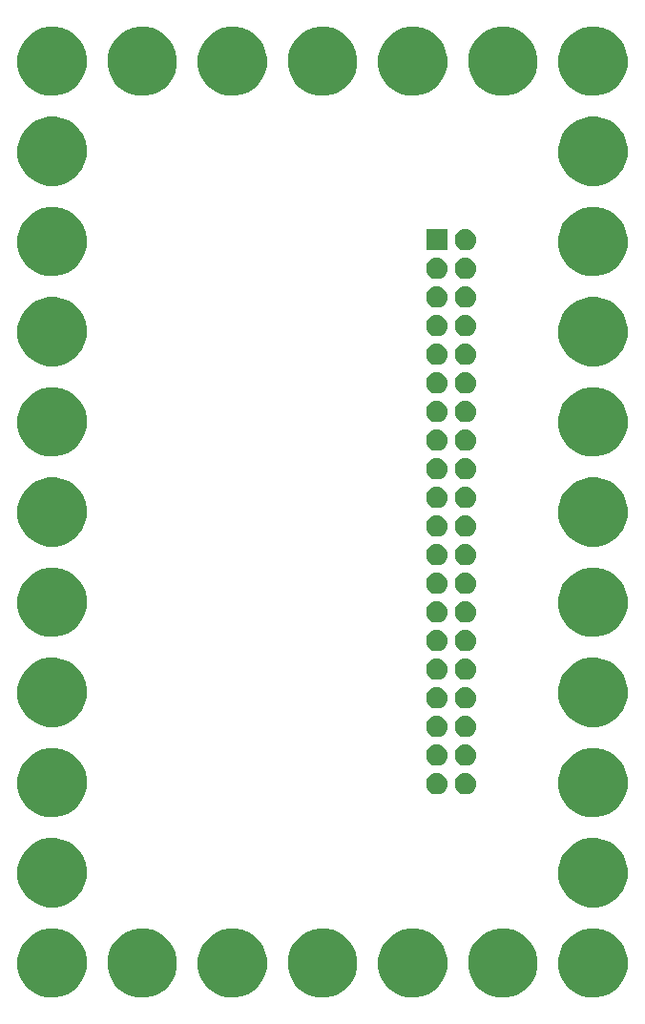
<source format=gbs>
%TF.GenerationSoftware,KiCad,Pcbnew,4.0.7-e2-6376~58~ubuntu16.04.1*%
%TF.CreationDate,2018-05-12T15:05:11-07:00*%
%TF.ProjectId,7x11-RasPi-Zero-Breakout,377831312D52617350692D5A65726F2D,1.0*%
%TF.FileFunction,Soldermask,Bot*%
%FSLAX46Y46*%
G04 Gerber Fmt 4.6, Leading zero omitted, Abs format (unit mm)*
G04 Created by KiCad (PCBNEW 4.0.7-e2-6376~58~ubuntu16.04.1) date Sat May 12 15:05:11 2018*
%MOMM*%
%LPD*%
G01*
G04 APERTURE LIST*
%ADD10C,0.350000*%
G04 APERTURE END LIST*
D10*
G36*
X25627110Y-117971847D02*
X26218055Y-118093151D01*
X26774198Y-118326932D01*
X27274334Y-118664278D01*
X27699421Y-119092343D01*
X28033266Y-119594821D01*
X28263156Y-120152576D01*
X28380264Y-120744014D01*
X28380264Y-120744024D01*
X28380331Y-120744363D01*
X28370710Y-121433416D01*
X28370633Y-121433754D01*
X28370633Y-121433762D01*
X28237057Y-122021701D01*
X27991685Y-122572816D01*
X27643937Y-123065778D01*
X27207062Y-123481809D01*
X26697700Y-123805061D01*
X26135254Y-124023219D01*
X25541147Y-124127976D01*
X24938003Y-124115342D01*
X24348800Y-123985797D01*
X23795982Y-123744277D01*
X23300607Y-123399982D01*
X22881537Y-122966023D01*
X22554738Y-122458930D01*
X22332656Y-121898014D01*
X22223755Y-121304658D01*
X22232177Y-120701441D01*
X22357606Y-120111347D01*
X22595259Y-119556858D01*
X22936091Y-119059088D01*
X23367112Y-118637000D01*
X23871913Y-118306668D01*
X24431259Y-118080677D01*
X25023845Y-117967636D01*
X25627110Y-117971847D01*
X25627110Y-117971847D01*
G37*
G36*
X17627110Y-117971847D02*
X18218055Y-118093151D01*
X18774198Y-118326932D01*
X19274334Y-118664278D01*
X19699421Y-119092343D01*
X20033266Y-119594821D01*
X20263156Y-120152576D01*
X20380264Y-120744014D01*
X20380264Y-120744024D01*
X20380331Y-120744363D01*
X20370710Y-121433416D01*
X20370633Y-121433754D01*
X20370633Y-121433762D01*
X20237057Y-122021701D01*
X19991685Y-122572816D01*
X19643937Y-123065778D01*
X19207062Y-123481809D01*
X18697700Y-123805061D01*
X18135254Y-124023219D01*
X17541147Y-124127976D01*
X16938003Y-124115342D01*
X16348800Y-123985797D01*
X15795982Y-123744277D01*
X15300607Y-123399982D01*
X14881537Y-122966023D01*
X14554738Y-122458930D01*
X14332656Y-121898014D01*
X14223755Y-121304658D01*
X14232177Y-120701441D01*
X14357606Y-120111347D01*
X14595259Y-119556858D01*
X14936091Y-119059088D01*
X15367112Y-118637000D01*
X15871913Y-118306668D01*
X16431259Y-118080677D01*
X17023845Y-117967636D01*
X17627110Y-117971847D01*
X17627110Y-117971847D01*
G37*
G36*
X9627110Y-117971847D02*
X10218055Y-118093151D01*
X10774198Y-118326932D01*
X11274334Y-118664278D01*
X11699421Y-119092343D01*
X12033266Y-119594821D01*
X12263156Y-120152576D01*
X12380264Y-120744014D01*
X12380264Y-120744024D01*
X12380331Y-120744363D01*
X12370710Y-121433416D01*
X12370633Y-121433754D01*
X12370633Y-121433762D01*
X12237057Y-122021701D01*
X11991685Y-122572816D01*
X11643937Y-123065778D01*
X11207062Y-123481809D01*
X10697700Y-123805061D01*
X10135254Y-124023219D01*
X9541147Y-124127976D01*
X8938003Y-124115342D01*
X8348800Y-123985797D01*
X7795982Y-123744277D01*
X7300607Y-123399982D01*
X6881537Y-122966023D01*
X6554738Y-122458930D01*
X6332656Y-121898014D01*
X6223755Y-121304658D01*
X6232177Y-120701441D01*
X6357606Y-120111347D01*
X6595259Y-119556858D01*
X6936091Y-119059088D01*
X7367112Y-118637000D01*
X7871913Y-118306668D01*
X8431259Y-118080677D01*
X9023845Y-117967636D01*
X9627110Y-117971847D01*
X9627110Y-117971847D01*
G37*
G36*
X57626110Y-117971847D02*
X58217055Y-118093151D01*
X58773198Y-118326932D01*
X59273334Y-118664278D01*
X59698421Y-119092343D01*
X60032266Y-119594821D01*
X60262156Y-120152576D01*
X60379264Y-120744014D01*
X60379264Y-120744024D01*
X60379331Y-120744363D01*
X60369710Y-121433416D01*
X60369633Y-121433754D01*
X60369633Y-121433762D01*
X60236057Y-122021701D01*
X59990685Y-122572816D01*
X59642937Y-123065778D01*
X59206062Y-123481809D01*
X58696700Y-123805061D01*
X58134254Y-124023219D01*
X57540147Y-124127976D01*
X56937003Y-124115342D01*
X56347800Y-123985797D01*
X55794982Y-123744277D01*
X55299607Y-123399982D01*
X54880537Y-122966023D01*
X54553738Y-122458930D01*
X54331656Y-121898014D01*
X54222755Y-121304658D01*
X54231177Y-120701441D01*
X54356606Y-120111347D01*
X54594259Y-119556858D01*
X54935091Y-119059088D01*
X55366112Y-118637000D01*
X55870913Y-118306668D01*
X56430259Y-118080677D01*
X57022845Y-117967636D01*
X57626110Y-117971847D01*
X57626110Y-117971847D01*
G37*
G36*
X41627110Y-117971847D02*
X42218055Y-118093151D01*
X42774198Y-118326932D01*
X43274334Y-118664278D01*
X43699421Y-119092343D01*
X44033266Y-119594821D01*
X44263156Y-120152576D01*
X44380264Y-120744014D01*
X44380264Y-120744024D01*
X44380331Y-120744363D01*
X44370710Y-121433416D01*
X44370633Y-121433754D01*
X44370633Y-121433762D01*
X44237057Y-122021701D01*
X43991685Y-122572816D01*
X43643937Y-123065778D01*
X43207062Y-123481809D01*
X42697700Y-123805061D01*
X42135254Y-124023219D01*
X41541147Y-124127976D01*
X40938003Y-124115342D01*
X40348800Y-123985797D01*
X39795982Y-123744277D01*
X39300607Y-123399982D01*
X38881537Y-122966023D01*
X38554738Y-122458930D01*
X38332656Y-121898014D01*
X38223755Y-121304658D01*
X38232177Y-120701441D01*
X38357606Y-120111347D01*
X38595259Y-119556858D01*
X38936091Y-119059088D01*
X39367112Y-118637000D01*
X39871913Y-118306668D01*
X40431259Y-118080677D01*
X41023845Y-117967636D01*
X41627110Y-117971847D01*
X41627110Y-117971847D01*
G37*
G36*
X33627110Y-117971847D02*
X34218055Y-118093151D01*
X34774198Y-118326932D01*
X35274334Y-118664278D01*
X35699421Y-119092343D01*
X36033266Y-119594821D01*
X36263156Y-120152576D01*
X36380264Y-120744014D01*
X36380264Y-120744024D01*
X36380331Y-120744363D01*
X36370710Y-121433416D01*
X36370633Y-121433754D01*
X36370633Y-121433762D01*
X36237057Y-122021701D01*
X35991685Y-122572816D01*
X35643937Y-123065778D01*
X35207062Y-123481809D01*
X34697700Y-123805061D01*
X34135254Y-124023219D01*
X33541147Y-124127976D01*
X32938003Y-124115342D01*
X32348800Y-123985797D01*
X31795982Y-123744277D01*
X31300607Y-123399982D01*
X30881537Y-122966023D01*
X30554738Y-122458930D01*
X30332656Y-121898014D01*
X30223755Y-121304658D01*
X30232177Y-120701441D01*
X30357606Y-120111347D01*
X30595259Y-119556858D01*
X30936091Y-119059088D01*
X31367112Y-118637000D01*
X31871913Y-118306668D01*
X32431259Y-118080677D01*
X33023845Y-117967636D01*
X33627110Y-117971847D01*
X33627110Y-117971847D01*
G37*
G36*
X49627110Y-117971847D02*
X50218055Y-118093151D01*
X50774198Y-118326932D01*
X51274334Y-118664278D01*
X51699421Y-119092343D01*
X52033266Y-119594821D01*
X52263156Y-120152576D01*
X52380264Y-120744014D01*
X52380264Y-120744024D01*
X52380331Y-120744363D01*
X52370710Y-121433416D01*
X52370633Y-121433754D01*
X52370633Y-121433762D01*
X52237057Y-122021701D01*
X51991685Y-122572816D01*
X51643937Y-123065778D01*
X51207062Y-123481809D01*
X50697700Y-123805061D01*
X50135254Y-124023219D01*
X49541147Y-124127976D01*
X48938003Y-124115342D01*
X48348800Y-123985797D01*
X47795982Y-123744277D01*
X47300607Y-123399982D01*
X46881537Y-122966023D01*
X46554738Y-122458930D01*
X46332656Y-121898014D01*
X46223755Y-121304658D01*
X46232177Y-120701441D01*
X46357606Y-120111347D01*
X46595259Y-119556858D01*
X46936091Y-119059088D01*
X47367112Y-118637000D01*
X47871913Y-118306668D01*
X48431259Y-118080677D01*
X49023845Y-117967636D01*
X49627110Y-117971847D01*
X49627110Y-117971847D01*
G37*
G36*
X57627110Y-109971847D02*
X58218055Y-110093151D01*
X58774198Y-110326932D01*
X59274334Y-110664278D01*
X59699421Y-111092343D01*
X60033266Y-111594821D01*
X60263156Y-112152576D01*
X60380264Y-112744014D01*
X60380264Y-112744024D01*
X60380331Y-112744363D01*
X60370710Y-113433416D01*
X60370633Y-113433754D01*
X60370633Y-113433762D01*
X60237057Y-114021701D01*
X59991685Y-114572816D01*
X59643937Y-115065778D01*
X59207062Y-115481809D01*
X58697700Y-115805061D01*
X58135254Y-116023219D01*
X57541147Y-116127976D01*
X56938003Y-116115342D01*
X56348800Y-115985797D01*
X55795982Y-115744277D01*
X55300607Y-115399982D01*
X54881537Y-114966023D01*
X54554738Y-114458930D01*
X54332656Y-113898014D01*
X54223755Y-113304658D01*
X54232177Y-112701441D01*
X54357606Y-112111347D01*
X54595259Y-111556858D01*
X54936091Y-111059088D01*
X55367112Y-110637000D01*
X55871913Y-110306668D01*
X56431259Y-110080677D01*
X57023845Y-109967636D01*
X57627110Y-109971847D01*
X57627110Y-109971847D01*
G37*
G36*
X9627110Y-109971847D02*
X10218055Y-110093151D01*
X10774198Y-110326932D01*
X11274334Y-110664278D01*
X11699421Y-111092343D01*
X12033266Y-111594821D01*
X12263156Y-112152576D01*
X12380264Y-112744014D01*
X12380264Y-112744024D01*
X12380331Y-112744363D01*
X12370710Y-113433416D01*
X12370633Y-113433754D01*
X12370633Y-113433762D01*
X12237057Y-114021701D01*
X11991685Y-114572816D01*
X11643937Y-115065778D01*
X11207062Y-115481809D01*
X10697700Y-115805061D01*
X10135254Y-116023219D01*
X9541147Y-116127976D01*
X8938003Y-116115342D01*
X8348800Y-115985797D01*
X7795982Y-115744277D01*
X7300607Y-115399982D01*
X6881537Y-114966023D01*
X6554738Y-114458930D01*
X6332656Y-113898014D01*
X6223755Y-113304658D01*
X6232177Y-112701441D01*
X6357606Y-112111347D01*
X6595259Y-111556858D01*
X6936091Y-111059088D01*
X7367112Y-110637000D01*
X7871913Y-110306668D01*
X8431259Y-110080677D01*
X9023845Y-109967636D01*
X9627110Y-109971847D01*
X9627110Y-109971847D01*
G37*
G36*
X57627110Y-101971847D02*
X58218055Y-102093151D01*
X58774198Y-102326932D01*
X59274334Y-102664278D01*
X59699421Y-103092343D01*
X60033266Y-103594821D01*
X60263156Y-104152576D01*
X60380264Y-104744014D01*
X60380264Y-104744024D01*
X60380331Y-104744363D01*
X60370710Y-105433416D01*
X60370633Y-105433754D01*
X60370633Y-105433762D01*
X60237057Y-106021701D01*
X59991685Y-106572816D01*
X59643937Y-107065778D01*
X59207062Y-107481809D01*
X58697700Y-107805061D01*
X58135254Y-108023219D01*
X57541147Y-108127976D01*
X56938003Y-108115342D01*
X56348800Y-107985797D01*
X55795982Y-107744277D01*
X55300607Y-107399982D01*
X54881537Y-106966023D01*
X54554738Y-106458930D01*
X54332656Y-105898014D01*
X54223755Y-105304658D01*
X54232177Y-104701441D01*
X54357606Y-104111347D01*
X54595259Y-103556858D01*
X54936091Y-103059088D01*
X55367112Y-102637000D01*
X55871913Y-102306668D01*
X56431259Y-102080677D01*
X57023845Y-101967636D01*
X57627110Y-101971847D01*
X57627110Y-101971847D01*
G37*
G36*
X9627110Y-101971847D02*
X10218055Y-102093151D01*
X10774198Y-102326932D01*
X11274334Y-102664278D01*
X11699421Y-103092343D01*
X12033266Y-103594821D01*
X12263156Y-104152576D01*
X12380264Y-104744014D01*
X12380264Y-104744024D01*
X12380331Y-104744363D01*
X12370710Y-105433416D01*
X12370633Y-105433754D01*
X12370633Y-105433762D01*
X12237057Y-106021701D01*
X11991685Y-106572816D01*
X11643937Y-107065778D01*
X11207062Y-107481809D01*
X10697700Y-107805061D01*
X10135254Y-108023219D01*
X9541147Y-108127976D01*
X8938003Y-108115342D01*
X8348800Y-107985797D01*
X7795982Y-107744277D01*
X7300607Y-107399982D01*
X6881537Y-106966023D01*
X6554738Y-106458930D01*
X6332656Y-105898014D01*
X6223755Y-105304658D01*
X6232177Y-104701441D01*
X6357606Y-104111347D01*
X6595259Y-103556858D01*
X6936091Y-103059088D01*
X7367112Y-102637000D01*
X7871913Y-102306668D01*
X8431259Y-102080677D01*
X9023845Y-101967636D01*
X9627110Y-101971847D01*
X9627110Y-101971847D01*
G37*
G36*
X43449612Y-104216277D02*
X43449617Y-104216278D01*
X43451669Y-104216292D01*
X43633942Y-104236737D01*
X43808774Y-104292197D01*
X43969503Y-104380558D01*
X44110008Y-104498456D01*
X44224938Y-104641400D01*
X44309914Y-104803945D01*
X44361701Y-104979899D01*
X44361704Y-104979935D01*
X44361707Y-104979944D01*
X44378326Y-105162558D01*
X44359158Y-105344926D01*
X44359156Y-105344931D01*
X44359152Y-105344973D01*
X44304914Y-105520187D01*
X44217677Y-105681529D01*
X44100762Y-105822855D01*
X43958624Y-105938779D01*
X43796677Y-106024888D01*
X43621088Y-106077902D01*
X43438547Y-106095800D01*
X43429420Y-106095800D01*
X43418388Y-106095723D01*
X43418383Y-106095722D01*
X43416331Y-106095708D01*
X43234058Y-106075263D01*
X43059226Y-106019803D01*
X42898497Y-105931442D01*
X42757992Y-105813544D01*
X42643062Y-105670600D01*
X42558086Y-105508055D01*
X42506299Y-105332101D01*
X42506296Y-105332065D01*
X42506293Y-105332056D01*
X42489674Y-105149442D01*
X42508842Y-104967074D01*
X42508844Y-104967069D01*
X42508848Y-104967027D01*
X42563086Y-104791813D01*
X42650323Y-104630471D01*
X42767238Y-104489145D01*
X42909376Y-104373221D01*
X43071323Y-104287112D01*
X43246912Y-104234098D01*
X43429453Y-104216200D01*
X43438580Y-104216200D01*
X43449612Y-104216277D01*
X43449612Y-104216277D01*
G37*
G36*
X45989612Y-104216277D02*
X45989617Y-104216278D01*
X45991669Y-104216292D01*
X46173942Y-104236737D01*
X46348774Y-104292197D01*
X46509503Y-104380558D01*
X46650008Y-104498456D01*
X46764938Y-104641400D01*
X46849914Y-104803945D01*
X46901701Y-104979899D01*
X46901704Y-104979935D01*
X46901707Y-104979944D01*
X46918326Y-105162558D01*
X46899158Y-105344926D01*
X46899156Y-105344931D01*
X46899152Y-105344973D01*
X46844914Y-105520187D01*
X46757677Y-105681529D01*
X46640762Y-105822855D01*
X46498624Y-105938779D01*
X46336677Y-106024888D01*
X46161088Y-106077902D01*
X45978547Y-106095800D01*
X45969420Y-106095800D01*
X45958388Y-106095723D01*
X45958383Y-106095722D01*
X45956331Y-106095708D01*
X45774058Y-106075263D01*
X45599226Y-106019803D01*
X45438497Y-105931442D01*
X45297992Y-105813544D01*
X45183062Y-105670600D01*
X45098086Y-105508055D01*
X45046299Y-105332101D01*
X45046296Y-105332065D01*
X45046293Y-105332056D01*
X45029674Y-105149442D01*
X45048842Y-104967074D01*
X45048844Y-104967069D01*
X45048848Y-104967027D01*
X45103086Y-104791813D01*
X45190323Y-104630471D01*
X45307238Y-104489145D01*
X45449376Y-104373221D01*
X45611323Y-104287112D01*
X45786912Y-104234098D01*
X45969453Y-104216200D01*
X45978580Y-104216200D01*
X45989612Y-104216277D01*
X45989612Y-104216277D01*
G37*
G36*
X45989612Y-101676277D02*
X45989617Y-101676278D01*
X45991669Y-101676292D01*
X46173942Y-101696737D01*
X46348774Y-101752197D01*
X46509503Y-101840558D01*
X46650008Y-101958456D01*
X46764938Y-102101400D01*
X46849914Y-102263945D01*
X46901701Y-102439899D01*
X46901704Y-102439935D01*
X46901707Y-102439944D01*
X46918326Y-102622558D01*
X46899158Y-102804926D01*
X46899156Y-102804931D01*
X46899152Y-102804973D01*
X46844914Y-102980187D01*
X46757677Y-103141529D01*
X46640762Y-103282855D01*
X46498624Y-103398779D01*
X46336677Y-103484888D01*
X46161088Y-103537902D01*
X45978547Y-103555800D01*
X45969420Y-103555800D01*
X45958388Y-103555723D01*
X45958383Y-103555722D01*
X45956331Y-103555708D01*
X45774058Y-103535263D01*
X45599226Y-103479803D01*
X45438497Y-103391442D01*
X45297992Y-103273544D01*
X45183062Y-103130600D01*
X45098086Y-102968055D01*
X45046299Y-102792101D01*
X45046296Y-102792065D01*
X45046293Y-102792056D01*
X45029674Y-102609442D01*
X45048842Y-102427074D01*
X45048844Y-102427069D01*
X45048848Y-102427027D01*
X45103086Y-102251813D01*
X45190323Y-102090471D01*
X45307238Y-101949145D01*
X45449376Y-101833221D01*
X45611323Y-101747112D01*
X45786912Y-101694098D01*
X45969453Y-101676200D01*
X45978580Y-101676200D01*
X45989612Y-101676277D01*
X45989612Y-101676277D01*
G37*
G36*
X43449612Y-101676277D02*
X43449617Y-101676278D01*
X43451669Y-101676292D01*
X43633942Y-101696737D01*
X43808774Y-101752197D01*
X43969503Y-101840558D01*
X44110008Y-101958456D01*
X44224938Y-102101400D01*
X44309914Y-102263945D01*
X44361701Y-102439899D01*
X44361704Y-102439935D01*
X44361707Y-102439944D01*
X44378326Y-102622558D01*
X44359158Y-102804926D01*
X44359156Y-102804931D01*
X44359152Y-102804973D01*
X44304914Y-102980187D01*
X44217677Y-103141529D01*
X44100762Y-103282855D01*
X43958624Y-103398779D01*
X43796677Y-103484888D01*
X43621088Y-103537902D01*
X43438547Y-103555800D01*
X43429420Y-103555800D01*
X43418388Y-103555723D01*
X43418383Y-103555722D01*
X43416331Y-103555708D01*
X43234058Y-103535263D01*
X43059226Y-103479803D01*
X42898497Y-103391442D01*
X42757992Y-103273544D01*
X42643062Y-103130600D01*
X42558086Y-102968055D01*
X42506299Y-102792101D01*
X42506296Y-102792065D01*
X42506293Y-102792056D01*
X42489674Y-102609442D01*
X42508842Y-102427074D01*
X42508844Y-102427069D01*
X42508848Y-102427027D01*
X42563086Y-102251813D01*
X42650323Y-102090471D01*
X42767238Y-101949145D01*
X42909376Y-101833221D01*
X43071323Y-101747112D01*
X43246912Y-101694098D01*
X43429453Y-101676200D01*
X43438580Y-101676200D01*
X43449612Y-101676277D01*
X43449612Y-101676277D01*
G37*
G36*
X45989612Y-99136277D02*
X45989617Y-99136278D01*
X45991669Y-99136292D01*
X46173942Y-99156737D01*
X46348774Y-99212197D01*
X46509503Y-99300558D01*
X46650008Y-99418456D01*
X46764938Y-99561400D01*
X46849914Y-99723945D01*
X46901701Y-99899899D01*
X46901704Y-99899935D01*
X46901707Y-99899944D01*
X46918326Y-100082558D01*
X46899158Y-100264926D01*
X46899156Y-100264931D01*
X46899152Y-100264973D01*
X46844914Y-100440187D01*
X46757677Y-100601529D01*
X46640762Y-100742855D01*
X46498624Y-100858779D01*
X46336677Y-100944888D01*
X46161088Y-100997902D01*
X45978547Y-101015800D01*
X45969420Y-101015800D01*
X45958388Y-101015723D01*
X45958383Y-101015722D01*
X45956331Y-101015708D01*
X45774058Y-100995263D01*
X45599226Y-100939803D01*
X45438497Y-100851442D01*
X45297992Y-100733544D01*
X45183062Y-100590600D01*
X45098086Y-100428055D01*
X45046299Y-100252101D01*
X45046296Y-100252065D01*
X45046293Y-100252056D01*
X45029674Y-100069442D01*
X45048842Y-99887074D01*
X45048844Y-99887069D01*
X45048848Y-99887027D01*
X45103086Y-99711813D01*
X45190323Y-99550471D01*
X45307238Y-99409145D01*
X45449376Y-99293221D01*
X45611323Y-99207112D01*
X45786912Y-99154098D01*
X45969453Y-99136200D01*
X45978580Y-99136200D01*
X45989612Y-99136277D01*
X45989612Y-99136277D01*
G37*
G36*
X43449612Y-99136277D02*
X43449617Y-99136278D01*
X43451669Y-99136292D01*
X43633942Y-99156737D01*
X43808774Y-99212197D01*
X43969503Y-99300558D01*
X44110008Y-99418456D01*
X44224938Y-99561400D01*
X44309914Y-99723945D01*
X44361701Y-99899899D01*
X44361704Y-99899935D01*
X44361707Y-99899944D01*
X44378326Y-100082558D01*
X44359158Y-100264926D01*
X44359156Y-100264931D01*
X44359152Y-100264973D01*
X44304914Y-100440187D01*
X44217677Y-100601529D01*
X44100762Y-100742855D01*
X43958624Y-100858779D01*
X43796677Y-100944888D01*
X43621088Y-100997902D01*
X43438547Y-101015800D01*
X43429420Y-101015800D01*
X43418388Y-101015723D01*
X43418383Y-101015722D01*
X43416331Y-101015708D01*
X43234058Y-100995263D01*
X43059226Y-100939803D01*
X42898497Y-100851442D01*
X42757992Y-100733544D01*
X42643062Y-100590600D01*
X42558086Y-100428055D01*
X42506299Y-100252101D01*
X42506296Y-100252065D01*
X42506293Y-100252056D01*
X42489674Y-100069442D01*
X42508842Y-99887074D01*
X42508844Y-99887069D01*
X42508848Y-99887027D01*
X42563086Y-99711813D01*
X42650323Y-99550471D01*
X42767238Y-99409145D01*
X42909376Y-99293221D01*
X43071323Y-99207112D01*
X43246912Y-99154098D01*
X43429453Y-99136200D01*
X43438580Y-99136200D01*
X43449612Y-99136277D01*
X43449612Y-99136277D01*
G37*
G36*
X9627110Y-93971847D02*
X10218055Y-94093151D01*
X10774198Y-94326932D01*
X11274334Y-94664278D01*
X11699421Y-95092343D01*
X12033266Y-95594821D01*
X12263156Y-96152576D01*
X12380264Y-96744014D01*
X12380264Y-96744024D01*
X12380331Y-96744363D01*
X12370710Y-97433416D01*
X12370633Y-97433754D01*
X12370633Y-97433762D01*
X12237057Y-98021701D01*
X11991685Y-98572816D01*
X11643937Y-99065778D01*
X11207062Y-99481809D01*
X10697700Y-99805061D01*
X10135254Y-100023219D01*
X9541147Y-100127976D01*
X8938003Y-100115342D01*
X8348800Y-99985797D01*
X7795982Y-99744277D01*
X7300607Y-99399982D01*
X6881537Y-98966023D01*
X6554738Y-98458930D01*
X6332656Y-97898014D01*
X6223755Y-97304658D01*
X6232177Y-96701441D01*
X6357606Y-96111347D01*
X6595259Y-95556858D01*
X6936091Y-95059088D01*
X7367112Y-94637000D01*
X7871913Y-94306668D01*
X8431259Y-94080677D01*
X9023845Y-93967636D01*
X9627110Y-93971847D01*
X9627110Y-93971847D01*
G37*
G36*
X57627110Y-93971847D02*
X58218055Y-94093151D01*
X58774198Y-94326932D01*
X59274334Y-94664278D01*
X59699421Y-95092343D01*
X60033266Y-95594821D01*
X60263156Y-96152576D01*
X60380264Y-96744014D01*
X60380264Y-96744024D01*
X60380331Y-96744363D01*
X60370710Y-97433416D01*
X60370633Y-97433754D01*
X60370633Y-97433762D01*
X60237057Y-98021701D01*
X59991685Y-98572816D01*
X59643937Y-99065778D01*
X59207062Y-99481809D01*
X58697700Y-99805061D01*
X58135254Y-100023219D01*
X57541147Y-100127976D01*
X56938003Y-100115342D01*
X56348800Y-99985797D01*
X55795982Y-99744277D01*
X55300607Y-99399982D01*
X54881537Y-98966023D01*
X54554738Y-98458930D01*
X54332656Y-97898014D01*
X54223755Y-97304658D01*
X54232177Y-96701441D01*
X54357606Y-96111347D01*
X54595259Y-95556858D01*
X54936091Y-95059088D01*
X55367112Y-94637000D01*
X55871913Y-94306668D01*
X56431259Y-94080677D01*
X57023845Y-93967636D01*
X57627110Y-93971847D01*
X57627110Y-93971847D01*
G37*
G36*
X45989612Y-96596277D02*
X45989617Y-96596278D01*
X45991669Y-96596292D01*
X46173942Y-96616737D01*
X46348774Y-96672197D01*
X46509503Y-96760558D01*
X46650008Y-96878456D01*
X46764938Y-97021400D01*
X46849914Y-97183945D01*
X46901701Y-97359899D01*
X46901704Y-97359935D01*
X46901707Y-97359944D01*
X46918326Y-97542558D01*
X46899158Y-97724926D01*
X46899156Y-97724931D01*
X46899152Y-97724973D01*
X46844914Y-97900187D01*
X46757677Y-98061529D01*
X46640762Y-98202855D01*
X46498624Y-98318779D01*
X46336677Y-98404888D01*
X46161088Y-98457902D01*
X45978547Y-98475800D01*
X45969420Y-98475800D01*
X45958388Y-98475723D01*
X45958383Y-98475722D01*
X45956331Y-98475708D01*
X45774058Y-98455263D01*
X45599226Y-98399803D01*
X45438497Y-98311442D01*
X45297992Y-98193544D01*
X45183062Y-98050600D01*
X45098086Y-97888055D01*
X45046299Y-97712101D01*
X45046296Y-97712065D01*
X45046293Y-97712056D01*
X45029674Y-97529442D01*
X45048842Y-97347074D01*
X45048844Y-97347069D01*
X45048848Y-97347027D01*
X45103086Y-97171813D01*
X45190323Y-97010471D01*
X45307238Y-96869145D01*
X45449376Y-96753221D01*
X45611323Y-96667112D01*
X45786912Y-96614098D01*
X45969453Y-96596200D01*
X45978580Y-96596200D01*
X45989612Y-96596277D01*
X45989612Y-96596277D01*
G37*
G36*
X43449612Y-96596277D02*
X43449617Y-96596278D01*
X43451669Y-96596292D01*
X43633942Y-96616737D01*
X43808774Y-96672197D01*
X43969503Y-96760558D01*
X44110008Y-96878456D01*
X44224938Y-97021400D01*
X44309914Y-97183945D01*
X44361701Y-97359899D01*
X44361704Y-97359935D01*
X44361707Y-97359944D01*
X44378326Y-97542558D01*
X44359158Y-97724926D01*
X44359156Y-97724931D01*
X44359152Y-97724973D01*
X44304914Y-97900187D01*
X44217677Y-98061529D01*
X44100762Y-98202855D01*
X43958624Y-98318779D01*
X43796677Y-98404888D01*
X43621088Y-98457902D01*
X43438547Y-98475800D01*
X43429420Y-98475800D01*
X43418388Y-98475723D01*
X43418383Y-98475722D01*
X43416331Y-98475708D01*
X43234058Y-98455263D01*
X43059226Y-98399803D01*
X42898497Y-98311442D01*
X42757992Y-98193544D01*
X42643062Y-98050600D01*
X42558086Y-97888055D01*
X42506299Y-97712101D01*
X42506296Y-97712065D01*
X42506293Y-97712056D01*
X42489674Y-97529442D01*
X42508842Y-97347074D01*
X42508844Y-97347069D01*
X42508848Y-97347027D01*
X42563086Y-97171813D01*
X42650323Y-97010471D01*
X42767238Y-96869145D01*
X42909376Y-96753221D01*
X43071323Y-96667112D01*
X43246912Y-96614098D01*
X43429453Y-96596200D01*
X43438580Y-96596200D01*
X43449612Y-96596277D01*
X43449612Y-96596277D01*
G37*
G36*
X45989612Y-94056277D02*
X45989617Y-94056278D01*
X45991669Y-94056292D01*
X46173942Y-94076737D01*
X46348774Y-94132197D01*
X46509503Y-94220558D01*
X46650008Y-94338456D01*
X46764938Y-94481400D01*
X46849914Y-94643945D01*
X46901701Y-94819899D01*
X46901704Y-94819935D01*
X46901707Y-94819944D01*
X46918326Y-95002558D01*
X46899158Y-95184926D01*
X46899156Y-95184931D01*
X46899152Y-95184973D01*
X46844914Y-95360187D01*
X46757677Y-95521529D01*
X46640762Y-95662855D01*
X46498624Y-95778779D01*
X46336677Y-95864888D01*
X46161088Y-95917902D01*
X45978547Y-95935800D01*
X45969420Y-95935800D01*
X45958388Y-95935723D01*
X45958383Y-95935722D01*
X45956331Y-95935708D01*
X45774058Y-95915263D01*
X45599226Y-95859803D01*
X45438497Y-95771442D01*
X45297992Y-95653544D01*
X45183062Y-95510600D01*
X45098086Y-95348055D01*
X45046299Y-95172101D01*
X45046296Y-95172065D01*
X45046293Y-95172056D01*
X45029674Y-94989442D01*
X45048842Y-94807074D01*
X45048844Y-94807069D01*
X45048848Y-94807027D01*
X45103086Y-94631813D01*
X45190323Y-94470471D01*
X45307238Y-94329145D01*
X45449376Y-94213221D01*
X45611323Y-94127112D01*
X45786912Y-94074098D01*
X45969453Y-94056200D01*
X45978580Y-94056200D01*
X45989612Y-94056277D01*
X45989612Y-94056277D01*
G37*
G36*
X43449612Y-94056277D02*
X43449617Y-94056278D01*
X43451669Y-94056292D01*
X43633942Y-94076737D01*
X43808774Y-94132197D01*
X43969503Y-94220558D01*
X44110008Y-94338456D01*
X44224938Y-94481400D01*
X44309914Y-94643945D01*
X44361701Y-94819899D01*
X44361704Y-94819935D01*
X44361707Y-94819944D01*
X44378326Y-95002558D01*
X44359158Y-95184926D01*
X44359156Y-95184931D01*
X44359152Y-95184973D01*
X44304914Y-95360187D01*
X44217677Y-95521529D01*
X44100762Y-95662855D01*
X43958624Y-95778779D01*
X43796677Y-95864888D01*
X43621088Y-95917902D01*
X43438547Y-95935800D01*
X43429420Y-95935800D01*
X43418388Y-95935723D01*
X43418383Y-95935722D01*
X43416331Y-95935708D01*
X43234058Y-95915263D01*
X43059226Y-95859803D01*
X42898497Y-95771442D01*
X42757992Y-95653544D01*
X42643062Y-95510600D01*
X42558086Y-95348055D01*
X42506299Y-95172101D01*
X42506296Y-95172065D01*
X42506293Y-95172056D01*
X42489674Y-94989442D01*
X42508842Y-94807074D01*
X42508844Y-94807069D01*
X42508848Y-94807027D01*
X42563086Y-94631813D01*
X42650323Y-94470471D01*
X42767238Y-94329145D01*
X42909376Y-94213221D01*
X43071323Y-94127112D01*
X43246912Y-94074098D01*
X43429453Y-94056200D01*
X43438580Y-94056200D01*
X43449612Y-94056277D01*
X43449612Y-94056277D01*
G37*
G36*
X45989612Y-91516277D02*
X45989617Y-91516278D01*
X45991669Y-91516292D01*
X46173942Y-91536737D01*
X46348774Y-91592197D01*
X46509503Y-91680558D01*
X46650008Y-91798456D01*
X46764938Y-91941400D01*
X46849914Y-92103945D01*
X46901701Y-92279899D01*
X46901704Y-92279935D01*
X46901707Y-92279944D01*
X46918326Y-92462558D01*
X46899158Y-92644926D01*
X46899156Y-92644931D01*
X46899152Y-92644973D01*
X46844914Y-92820187D01*
X46757677Y-92981529D01*
X46640762Y-93122855D01*
X46498624Y-93238779D01*
X46336677Y-93324888D01*
X46161088Y-93377902D01*
X45978547Y-93395800D01*
X45969420Y-93395800D01*
X45958388Y-93395723D01*
X45958383Y-93395722D01*
X45956331Y-93395708D01*
X45774058Y-93375263D01*
X45599226Y-93319803D01*
X45438497Y-93231442D01*
X45297992Y-93113544D01*
X45183062Y-92970600D01*
X45098086Y-92808055D01*
X45046299Y-92632101D01*
X45046296Y-92632065D01*
X45046293Y-92632056D01*
X45029674Y-92449442D01*
X45048842Y-92267074D01*
X45048844Y-92267069D01*
X45048848Y-92267027D01*
X45103086Y-92091813D01*
X45190323Y-91930471D01*
X45307238Y-91789145D01*
X45449376Y-91673221D01*
X45611323Y-91587112D01*
X45786912Y-91534098D01*
X45969453Y-91516200D01*
X45978580Y-91516200D01*
X45989612Y-91516277D01*
X45989612Y-91516277D01*
G37*
G36*
X43449612Y-91516277D02*
X43449617Y-91516278D01*
X43451669Y-91516292D01*
X43633942Y-91536737D01*
X43808774Y-91592197D01*
X43969503Y-91680558D01*
X44110008Y-91798456D01*
X44224938Y-91941400D01*
X44309914Y-92103945D01*
X44361701Y-92279899D01*
X44361704Y-92279935D01*
X44361707Y-92279944D01*
X44378326Y-92462558D01*
X44359158Y-92644926D01*
X44359156Y-92644931D01*
X44359152Y-92644973D01*
X44304914Y-92820187D01*
X44217677Y-92981529D01*
X44100762Y-93122855D01*
X43958624Y-93238779D01*
X43796677Y-93324888D01*
X43621088Y-93377902D01*
X43438547Y-93395800D01*
X43429420Y-93395800D01*
X43418388Y-93395723D01*
X43418383Y-93395722D01*
X43416331Y-93395708D01*
X43234058Y-93375263D01*
X43059226Y-93319803D01*
X42898497Y-93231442D01*
X42757992Y-93113544D01*
X42643062Y-92970600D01*
X42558086Y-92808055D01*
X42506299Y-92632101D01*
X42506296Y-92632065D01*
X42506293Y-92632056D01*
X42489674Y-92449442D01*
X42508842Y-92267074D01*
X42508844Y-92267069D01*
X42508848Y-92267027D01*
X42563086Y-92091813D01*
X42650323Y-91930471D01*
X42767238Y-91789145D01*
X42909376Y-91673221D01*
X43071323Y-91587112D01*
X43246912Y-91534098D01*
X43429453Y-91516200D01*
X43438580Y-91516200D01*
X43449612Y-91516277D01*
X43449612Y-91516277D01*
G37*
G36*
X9627110Y-85971847D02*
X10218055Y-86093151D01*
X10774198Y-86326932D01*
X11274334Y-86664278D01*
X11699421Y-87092343D01*
X12033266Y-87594821D01*
X12263156Y-88152576D01*
X12380264Y-88744014D01*
X12380264Y-88744024D01*
X12380331Y-88744363D01*
X12370710Y-89433416D01*
X12370633Y-89433754D01*
X12370633Y-89433762D01*
X12237057Y-90021701D01*
X11991685Y-90572816D01*
X11643937Y-91065778D01*
X11207062Y-91481809D01*
X10697700Y-91805061D01*
X10135254Y-92023219D01*
X9541147Y-92127976D01*
X8938003Y-92115342D01*
X8348800Y-91985797D01*
X7795982Y-91744277D01*
X7300607Y-91399982D01*
X6881537Y-90966023D01*
X6554738Y-90458930D01*
X6332656Y-89898014D01*
X6223755Y-89304658D01*
X6232177Y-88701441D01*
X6357606Y-88111347D01*
X6595259Y-87556858D01*
X6936091Y-87059088D01*
X7367112Y-86637000D01*
X7871913Y-86306668D01*
X8431259Y-86080677D01*
X9023845Y-85967636D01*
X9627110Y-85971847D01*
X9627110Y-85971847D01*
G37*
G36*
X57626110Y-85971847D02*
X58217055Y-86093151D01*
X58773198Y-86326932D01*
X59273334Y-86664278D01*
X59698421Y-87092343D01*
X60032266Y-87594821D01*
X60262156Y-88152576D01*
X60379264Y-88744014D01*
X60379264Y-88744024D01*
X60379331Y-88744363D01*
X60369710Y-89433416D01*
X60369633Y-89433754D01*
X60369633Y-89433762D01*
X60236057Y-90021701D01*
X59990685Y-90572816D01*
X59642937Y-91065778D01*
X59206062Y-91481809D01*
X58696700Y-91805061D01*
X58134254Y-92023219D01*
X57540147Y-92127976D01*
X56937003Y-92115342D01*
X56347800Y-91985797D01*
X55794982Y-91744277D01*
X55299607Y-91399982D01*
X54880537Y-90966023D01*
X54553738Y-90458930D01*
X54331656Y-89898014D01*
X54222755Y-89304658D01*
X54231177Y-88701441D01*
X54356606Y-88111347D01*
X54594259Y-87556858D01*
X54935091Y-87059088D01*
X55366112Y-86637000D01*
X55870913Y-86306668D01*
X56430259Y-86080677D01*
X57022845Y-85967636D01*
X57626110Y-85971847D01*
X57626110Y-85971847D01*
G37*
G36*
X43449612Y-88976277D02*
X43449617Y-88976278D01*
X43451669Y-88976292D01*
X43633942Y-88996737D01*
X43808774Y-89052197D01*
X43969503Y-89140558D01*
X44110008Y-89258456D01*
X44224938Y-89401400D01*
X44309914Y-89563945D01*
X44361701Y-89739899D01*
X44361704Y-89739935D01*
X44361707Y-89739944D01*
X44378326Y-89922558D01*
X44359158Y-90104926D01*
X44359156Y-90104931D01*
X44359152Y-90104973D01*
X44304914Y-90280187D01*
X44217677Y-90441529D01*
X44100762Y-90582855D01*
X43958624Y-90698779D01*
X43796677Y-90784888D01*
X43621088Y-90837902D01*
X43438547Y-90855800D01*
X43429420Y-90855800D01*
X43418388Y-90855723D01*
X43418383Y-90855722D01*
X43416331Y-90855708D01*
X43234058Y-90835263D01*
X43059226Y-90779803D01*
X42898497Y-90691442D01*
X42757992Y-90573544D01*
X42643062Y-90430600D01*
X42558086Y-90268055D01*
X42506299Y-90092101D01*
X42506296Y-90092065D01*
X42506293Y-90092056D01*
X42489674Y-89909442D01*
X42508842Y-89727074D01*
X42508844Y-89727069D01*
X42508848Y-89727027D01*
X42563086Y-89551813D01*
X42650323Y-89390471D01*
X42767238Y-89249145D01*
X42909376Y-89133221D01*
X43071323Y-89047112D01*
X43246912Y-88994098D01*
X43429453Y-88976200D01*
X43438580Y-88976200D01*
X43449612Y-88976277D01*
X43449612Y-88976277D01*
G37*
G36*
X45989612Y-88976277D02*
X45989617Y-88976278D01*
X45991669Y-88976292D01*
X46173942Y-88996737D01*
X46348774Y-89052197D01*
X46509503Y-89140558D01*
X46650008Y-89258456D01*
X46764938Y-89401400D01*
X46849914Y-89563945D01*
X46901701Y-89739899D01*
X46901704Y-89739935D01*
X46901707Y-89739944D01*
X46918326Y-89922558D01*
X46899158Y-90104926D01*
X46899156Y-90104931D01*
X46899152Y-90104973D01*
X46844914Y-90280187D01*
X46757677Y-90441529D01*
X46640762Y-90582855D01*
X46498624Y-90698779D01*
X46336677Y-90784888D01*
X46161088Y-90837902D01*
X45978547Y-90855800D01*
X45969420Y-90855800D01*
X45958388Y-90855723D01*
X45958383Y-90855722D01*
X45956331Y-90855708D01*
X45774058Y-90835263D01*
X45599226Y-90779803D01*
X45438497Y-90691442D01*
X45297992Y-90573544D01*
X45183062Y-90430600D01*
X45098086Y-90268055D01*
X45046299Y-90092101D01*
X45046296Y-90092065D01*
X45046293Y-90092056D01*
X45029674Y-89909442D01*
X45048842Y-89727074D01*
X45048844Y-89727069D01*
X45048848Y-89727027D01*
X45103086Y-89551813D01*
X45190323Y-89390471D01*
X45307238Y-89249145D01*
X45449376Y-89133221D01*
X45611323Y-89047112D01*
X45786912Y-88994098D01*
X45969453Y-88976200D01*
X45978580Y-88976200D01*
X45989612Y-88976277D01*
X45989612Y-88976277D01*
G37*
G36*
X43449612Y-86436277D02*
X43449617Y-86436278D01*
X43451669Y-86436292D01*
X43633942Y-86456737D01*
X43808774Y-86512197D01*
X43969503Y-86600558D01*
X44110008Y-86718456D01*
X44224938Y-86861400D01*
X44309914Y-87023945D01*
X44361701Y-87199899D01*
X44361704Y-87199935D01*
X44361707Y-87199944D01*
X44378326Y-87382558D01*
X44359158Y-87564926D01*
X44359156Y-87564931D01*
X44359152Y-87564973D01*
X44304914Y-87740187D01*
X44217677Y-87901529D01*
X44100762Y-88042855D01*
X43958624Y-88158779D01*
X43796677Y-88244888D01*
X43621088Y-88297902D01*
X43438547Y-88315800D01*
X43429420Y-88315800D01*
X43418388Y-88315723D01*
X43418383Y-88315722D01*
X43416331Y-88315708D01*
X43234058Y-88295263D01*
X43059226Y-88239803D01*
X42898497Y-88151442D01*
X42757992Y-88033544D01*
X42643062Y-87890600D01*
X42558086Y-87728055D01*
X42506299Y-87552101D01*
X42506296Y-87552065D01*
X42506293Y-87552056D01*
X42489674Y-87369442D01*
X42508842Y-87187074D01*
X42508844Y-87187069D01*
X42508848Y-87187027D01*
X42563086Y-87011813D01*
X42650323Y-86850471D01*
X42767238Y-86709145D01*
X42909376Y-86593221D01*
X43071323Y-86507112D01*
X43246912Y-86454098D01*
X43429453Y-86436200D01*
X43438580Y-86436200D01*
X43449612Y-86436277D01*
X43449612Y-86436277D01*
G37*
G36*
X45989612Y-86436277D02*
X45989617Y-86436278D01*
X45991669Y-86436292D01*
X46173942Y-86456737D01*
X46348774Y-86512197D01*
X46509503Y-86600558D01*
X46650008Y-86718456D01*
X46764938Y-86861400D01*
X46849914Y-87023945D01*
X46901701Y-87199899D01*
X46901704Y-87199935D01*
X46901707Y-87199944D01*
X46918326Y-87382558D01*
X46899158Y-87564926D01*
X46899156Y-87564931D01*
X46899152Y-87564973D01*
X46844914Y-87740187D01*
X46757677Y-87901529D01*
X46640762Y-88042855D01*
X46498624Y-88158779D01*
X46336677Y-88244888D01*
X46161088Y-88297902D01*
X45978547Y-88315800D01*
X45969420Y-88315800D01*
X45958388Y-88315723D01*
X45958383Y-88315722D01*
X45956331Y-88315708D01*
X45774058Y-88295263D01*
X45599226Y-88239803D01*
X45438497Y-88151442D01*
X45297992Y-88033544D01*
X45183062Y-87890600D01*
X45098086Y-87728055D01*
X45046299Y-87552101D01*
X45046296Y-87552065D01*
X45046293Y-87552056D01*
X45029674Y-87369442D01*
X45048842Y-87187074D01*
X45048844Y-87187069D01*
X45048848Y-87187027D01*
X45103086Y-87011813D01*
X45190323Y-86850471D01*
X45307238Y-86709145D01*
X45449376Y-86593221D01*
X45611323Y-86507112D01*
X45786912Y-86454098D01*
X45969453Y-86436200D01*
X45978580Y-86436200D01*
X45989612Y-86436277D01*
X45989612Y-86436277D01*
G37*
G36*
X43449612Y-83896277D02*
X43449617Y-83896278D01*
X43451669Y-83896292D01*
X43633942Y-83916737D01*
X43808774Y-83972197D01*
X43969503Y-84060558D01*
X44110008Y-84178456D01*
X44224938Y-84321400D01*
X44309914Y-84483945D01*
X44361701Y-84659899D01*
X44361704Y-84659935D01*
X44361707Y-84659944D01*
X44378326Y-84842558D01*
X44359158Y-85024926D01*
X44359156Y-85024931D01*
X44359152Y-85024973D01*
X44304914Y-85200187D01*
X44217677Y-85361529D01*
X44100762Y-85502855D01*
X43958624Y-85618779D01*
X43796677Y-85704888D01*
X43621088Y-85757902D01*
X43438547Y-85775800D01*
X43429420Y-85775800D01*
X43418388Y-85775723D01*
X43418383Y-85775722D01*
X43416331Y-85775708D01*
X43234058Y-85755263D01*
X43059226Y-85699803D01*
X42898497Y-85611442D01*
X42757992Y-85493544D01*
X42643062Y-85350600D01*
X42558086Y-85188055D01*
X42506299Y-85012101D01*
X42506296Y-85012065D01*
X42506293Y-85012056D01*
X42489674Y-84829442D01*
X42508842Y-84647074D01*
X42508844Y-84647069D01*
X42508848Y-84647027D01*
X42563086Y-84471813D01*
X42650323Y-84310471D01*
X42767238Y-84169145D01*
X42909376Y-84053221D01*
X43071323Y-83967112D01*
X43246912Y-83914098D01*
X43429453Y-83896200D01*
X43438580Y-83896200D01*
X43449612Y-83896277D01*
X43449612Y-83896277D01*
G37*
G36*
X45989612Y-83896277D02*
X45989617Y-83896278D01*
X45991669Y-83896292D01*
X46173942Y-83916737D01*
X46348774Y-83972197D01*
X46509503Y-84060558D01*
X46650008Y-84178456D01*
X46764938Y-84321400D01*
X46849914Y-84483945D01*
X46901701Y-84659899D01*
X46901704Y-84659935D01*
X46901707Y-84659944D01*
X46918326Y-84842558D01*
X46899158Y-85024926D01*
X46899156Y-85024931D01*
X46899152Y-85024973D01*
X46844914Y-85200187D01*
X46757677Y-85361529D01*
X46640762Y-85502855D01*
X46498624Y-85618779D01*
X46336677Y-85704888D01*
X46161088Y-85757902D01*
X45978547Y-85775800D01*
X45969420Y-85775800D01*
X45958388Y-85775723D01*
X45958383Y-85775722D01*
X45956331Y-85775708D01*
X45774058Y-85755263D01*
X45599226Y-85699803D01*
X45438497Y-85611442D01*
X45297992Y-85493544D01*
X45183062Y-85350600D01*
X45098086Y-85188055D01*
X45046299Y-85012101D01*
X45046296Y-85012065D01*
X45046293Y-85012056D01*
X45029674Y-84829442D01*
X45048842Y-84647074D01*
X45048844Y-84647069D01*
X45048848Y-84647027D01*
X45103086Y-84471813D01*
X45190323Y-84310471D01*
X45307238Y-84169145D01*
X45449376Y-84053221D01*
X45611323Y-83967112D01*
X45786912Y-83914098D01*
X45969453Y-83896200D01*
X45978580Y-83896200D01*
X45989612Y-83896277D01*
X45989612Y-83896277D01*
G37*
G36*
X57627110Y-77971847D02*
X58218055Y-78093151D01*
X58774198Y-78326932D01*
X59274334Y-78664278D01*
X59699421Y-79092343D01*
X60033266Y-79594821D01*
X60263156Y-80152576D01*
X60380264Y-80744014D01*
X60380264Y-80744024D01*
X60380331Y-80744363D01*
X60370710Y-81433416D01*
X60370633Y-81433754D01*
X60370633Y-81433762D01*
X60237057Y-82021701D01*
X59991685Y-82572816D01*
X59643937Y-83065778D01*
X59207062Y-83481809D01*
X58697700Y-83805061D01*
X58135254Y-84023219D01*
X57541147Y-84127976D01*
X56938003Y-84115342D01*
X56348800Y-83985797D01*
X55795982Y-83744277D01*
X55300607Y-83399982D01*
X54881537Y-82966023D01*
X54554738Y-82458930D01*
X54332656Y-81898014D01*
X54223755Y-81304658D01*
X54232177Y-80701441D01*
X54357606Y-80111347D01*
X54595259Y-79556858D01*
X54936091Y-79059088D01*
X55367112Y-78637000D01*
X55871913Y-78306668D01*
X56431259Y-78080677D01*
X57023845Y-77967636D01*
X57627110Y-77971847D01*
X57627110Y-77971847D01*
G37*
G36*
X9627110Y-77971847D02*
X10218055Y-78093151D01*
X10774198Y-78326932D01*
X11274334Y-78664278D01*
X11699421Y-79092343D01*
X12033266Y-79594821D01*
X12263156Y-80152576D01*
X12380264Y-80744014D01*
X12380264Y-80744024D01*
X12380331Y-80744363D01*
X12370710Y-81433416D01*
X12370633Y-81433754D01*
X12370633Y-81433762D01*
X12237057Y-82021701D01*
X11991685Y-82572816D01*
X11643937Y-83065778D01*
X11207062Y-83481809D01*
X10697700Y-83805061D01*
X10135254Y-84023219D01*
X9541147Y-84127976D01*
X8938003Y-84115342D01*
X8348800Y-83985797D01*
X7795982Y-83744277D01*
X7300607Y-83399982D01*
X6881537Y-82966023D01*
X6554738Y-82458930D01*
X6332656Y-81898014D01*
X6223755Y-81304658D01*
X6232177Y-80701441D01*
X6357606Y-80111347D01*
X6595259Y-79556858D01*
X6936091Y-79059088D01*
X7367112Y-78637000D01*
X7871913Y-78306668D01*
X8431259Y-78080677D01*
X9023845Y-77967636D01*
X9627110Y-77971847D01*
X9627110Y-77971847D01*
G37*
G36*
X43449612Y-81356277D02*
X43449617Y-81356278D01*
X43451669Y-81356292D01*
X43633942Y-81376737D01*
X43808774Y-81432197D01*
X43969503Y-81520558D01*
X44110008Y-81638456D01*
X44224938Y-81781400D01*
X44309914Y-81943945D01*
X44361701Y-82119899D01*
X44361704Y-82119935D01*
X44361707Y-82119944D01*
X44378326Y-82302558D01*
X44359158Y-82484926D01*
X44359156Y-82484931D01*
X44359152Y-82484973D01*
X44304914Y-82660187D01*
X44217677Y-82821529D01*
X44100762Y-82962855D01*
X43958624Y-83078779D01*
X43796677Y-83164888D01*
X43621088Y-83217902D01*
X43438547Y-83235800D01*
X43429420Y-83235800D01*
X43418388Y-83235723D01*
X43418383Y-83235722D01*
X43416331Y-83235708D01*
X43234058Y-83215263D01*
X43059226Y-83159803D01*
X42898497Y-83071442D01*
X42757992Y-82953544D01*
X42643062Y-82810600D01*
X42558086Y-82648055D01*
X42506299Y-82472101D01*
X42506296Y-82472065D01*
X42506293Y-82472056D01*
X42489674Y-82289442D01*
X42508842Y-82107074D01*
X42508844Y-82107069D01*
X42508848Y-82107027D01*
X42563086Y-81931813D01*
X42650323Y-81770471D01*
X42767238Y-81629145D01*
X42909376Y-81513221D01*
X43071323Y-81427112D01*
X43246912Y-81374098D01*
X43429453Y-81356200D01*
X43438580Y-81356200D01*
X43449612Y-81356277D01*
X43449612Y-81356277D01*
G37*
G36*
X45989612Y-81356277D02*
X45989617Y-81356278D01*
X45991669Y-81356292D01*
X46173942Y-81376737D01*
X46348774Y-81432197D01*
X46509503Y-81520558D01*
X46650008Y-81638456D01*
X46764938Y-81781400D01*
X46849914Y-81943945D01*
X46901701Y-82119899D01*
X46901704Y-82119935D01*
X46901707Y-82119944D01*
X46918326Y-82302558D01*
X46899158Y-82484926D01*
X46899156Y-82484931D01*
X46899152Y-82484973D01*
X46844914Y-82660187D01*
X46757677Y-82821529D01*
X46640762Y-82962855D01*
X46498624Y-83078779D01*
X46336677Y-83164888D01*
X46161088Y-83217902D01*
X45978547Y-83235800D01*
X45969420Y-83235800D01*
X45958388Y-83235723D01*
X45958383Y-83235722D01*
X45956331Y-83235708D01*
X45774058Y-83215263D01*
X45599226Y-83159803D01*
X45438497Y-83071442D01*
X45297992Y-82953544D01*
X45183062Y-82810600D01*
X45098086Y-82648055D01*
X45046299Y-82472101D01*
X45046296Y-82472065D01*
X45046293Y-82472056D01*
X45029674Y-82289442D01*
X45048842Y-82107074D01*
X45048844Y-82107069D01*
X45048848Y-82107027D01*
X45103086Y-81931813D01*
X45190323Y-81770471D01*
X45307238Y-81629145D01*
X45449376Y-81513221D01*
X45611323Y-81427112D01*
X45786912Y-81374098D01*
X45969453Y-81356200D01*
X45978580Y-81356200D01*
X45989612Y-81356277D01*
X45989612Y-81356277D01*
G37*
G36*
X45989612Y-78816277D02*
X45989617Y-78816278D01*
X45991669Y-78816292D01*
X46173942Y-78836737D01*
X46348774Y-78892197D01*
X46509503Y-78980558D01*
X46650008Y-79098456D01*
X46764938Y-79241400D01*
X46849914Y-79403945D01*
X46901701Y-79579899D01*
X46901704Y-79579935D01*
X46901707Y-79579944D01*
X46918326Y-79762558D01*
X46899158Y-79944926D01*
X46899156Y-79944931D01*
X46899152Y-79944973D01*
X46844914Y-80120187D01*
X46757677Y-80281529D01*
X46640762Y-80422855D01*
X46498624Y-80538779D01*
X46336677Y-80624888D01*
X46161088Y-80677902D01*
X45978547Y-80695800D01*
X45969420Y-80695800D01*
X45958388Y-80695723D01*
X45958383Y-80695722D01*
X45956331Y-80695708D01*
X45774058Y-80675263D01*
X45599226Y-80619803D01*
X45438497Y-80531442D01*
X45297992Y-80413544D01*
X45183062Y-80270600D01*
X45098086Y-80108055D01*
X45046299Y-79932101D01*
X45046296Y-79932065D01*
X45046293Y-79932056D01*
X45029674Y-79749442D01*
X45048842Y-79567074D01*
X45048844Y-79567069D01*
X45048848Y-79567027D01*
X45103086Y-79391813D01*
X45190323Y-79230471D01*
X45307238Y-79089145D01*
X45449376Y-78973221D01*
X45611323Y-78887112D01*
X45786912Y-78834098D01*
X45969453Y-78816200D01*
X45978580Y-78816200D01*
X45989612Y-78816277D01*
X45989612Y-78816277D01*
G37*
G36*
X43449612Y-78816277D02*
X43449617Y-78816278D01*
X43451669Y-78816292D01*
X43633942Y-78836737D01*
X43808774Y-78892197D01*
X43969503Y-78980558D01*
X44110008Y-79098456D01*
X44224938Y-79241400D01*
X44309914Y-79403945D01*
X44361701Y-79579899D01*
X44361704Y-79579935D01*
X44361707Y-79579944D01*
X44378326Y-79762558D01*
X44359158Y-79944926D01*
X44359156Y-79944931D01*
X44359152Y-79944973D01*
X44304914Y-80120187D01*
X44217677Y-80281529D01*
X44100762Y-80422855D01*
X43958624Y-80538779D01*
X43796677Y-80624888D01*
X43621088Y-80677902D01*
X43438547Y-80695800D01*
X43429420Y-80695800D01*
X43418388Y-80695723D01*
X43418383Y-80695722D01*
X43416331Y-80695708D01*
X43234058Y-80675263D01*
X43059226Y-80619803D01*
X42898497Y-80531442D01*
X42757992Y-80413544D01*
X42643062Y-80270600D01*
X42558086Y-80108055D01*
X42506299Y-79932101D01*
X42506296Y-79932065D01*
X42506293Y-79932056D01*
X42489674Y-79749442D01*
X42508842Y-79567074D01*
X42508844Y-79567069D01*
X42508848Y-79567027D01*
X42563086Y-79391813D01*
X42650323Y-79230471D01*
X42767238Y-79089145D01*
X42909376Y-78973221D01*
X43071323Y-78887112D01*
X43246912Y-78834098D01*
X43429453Y-78816200D01*
X43438580Y-78816200D01*
X43449612Y-78816277D01*
X43449612Y-78816277D01*
G37*
G36*
X45989612Y-76276277D02*
X45989617Y-76276278D01*
X45991669Y-76276292D01*
X46173942Y-76296737D01*
X46348774Y-76352197D01*
X46509503Y-76440558D01*
X46650008Y-76558456D01*
X46764938Y-76701400D01*
X46849914Y-76863945D01*
X46901701Y-77039899D01*
X46901704Y-77039935D01*
X46901707Y-77039944D01*
X46918326Y-77222558D01*
X46899158Y-77404926D01*
X46899156Y-77404931D01*
X46899152Y-77404973D01*
X46844914Y-77580187D01*
X46757677Y-77741529D01*
X46640762Y-77882855D01*
X46498624Y-77998779D01*
X46336677Y-78084888D01*
X46161088Y-78137902D01*
X45978547Y-78155800D01*
X45969420Y-78155800D01*
X45958388Y-78155723D01*
X45958383Y-78155722D01*
X45956331Y-78155708D01*
X45774058Y-78135263D01*
X45599226Y-78079803D01*
X45438497Y-77991442D01*
X45297992Y-77873544D01*
X45183062Y-77730600D01*
X45098086Y-77568055D01*
X45046299Y-77392101D01*
X45046296Y-77392065D01*
X45046293Y-77392056D01*
X45029674Y-77209442D01*
X45048842Y-77027074D01*
X45048844Y-77027069D01*
X45048848Y-77027027D01*
X45103086Y-76851813D01*
X45190323Y-76690471D01*
X45307238Y-76549145D01*
X45449376Y-76433221D01*
X45611323Y-76347112D01*
X45786912Y-76294098D01*
X45969453Y-76276200D01*
X45978580Y-76276200D01*
X45989612Y-76276277D01*
X45989612Y-76276277D01*
G37*
G36*
X43449612Y-76276277D02*
X43449617Y-76276278D01*
X43451669Y-76276292D01*
X43633942Y-76296737D01*
X43808774Y-76352197D01*
X43969503Y-76440558D01*
X44110008Y-76558456D01*
X44224938Y-76701400D01*
X44309914Y-76863945D01*
X44361701Y-77039899D01*
X44361704Y-77039935D01*
X44361707Y-77039944D01*
X44378326Y-77222558D01*
X44359158Y-77404926D01*
X44359156Y-77404931D01*
X44359152Y-77404973D01*
X44304914Y-77580187D01*
X44217677Y-77741529D01*
X44100762Y-77882855D01*
X43958624Y-77998779D01*
X43796677Y-78084888D01*
X43621088Y-78137902D01*
X43438547Y-78155800D01*
X43429420Y-78155800D01*
X43418388Y-78155723D01*
X43418383Y-78155722D01*
X43416331Y-78155708D01*
X43234058Y-78135263D01*
X43059226Y-78079803D01*
X42898497Y-77991442D01*
X42757992Y-77873544D01*
X42643062Y-77730600D01*
X42558086Y-77568055D01*
X42506299Y-77392101D01*
X42506296Y-77392065D01*
X42506293Y-77392056D01*
X42489674Y-77209442D01*
X42508842Y-77027074D01*
X42508844Y-77027069D01*
X42508848Y-77027027D01*
X42563086Y-76851813D01*
X42650323Y-76690471D01*
X42767238Y-76549145D01*
X42909376Y-76433221D01*
X43071323Y-76347112D01*
X43246912Y-76294098D01*
X43429453Y-76276200D01*
X43438580Y-76276200D01*
X43449612Y-76276277D01*
X43449612Y-76276277D01*
G37*
G36*
X57626110Y-69971847D02*
X58217055Y-70093151D01*
X58773198Y-70326932D01*
X59273334Y-70664278D01*
X59698421Y-71092343D01*
X60032266Y-71594821D01*
X60262156Y-72152576D01*
X60379264Y-72744014D01*
X60379264Y-72744024D01*
X60379331Y-72744363D01*
X60369710Y-73433416D01*
X60369633Y-73433754D01*
X60369633Y-73433762D01*
X60236057Y-74021701D01*
X59990685Y-74572816D01*
X59642937Y-75065778D01*
X59206062Y-75481809D01*
X58696700Y-75805061D01*
X58134254Y-76023219D01*
X57540147Y-76127976D01*
X56937003Y-76115342D01*
X56347800Y-75985797D01*
X55794982Y-75744277D01*
X55299607Y-75399982D01*
X54880537Y-74966023D01*
X54553738Y-74458930D01*
X54331656Y-73898014D01*
X54222755Y-73304658D01*
X54231177Y-72701441D01*
X54356606Y-72111347D01*
X54594259Y-71556858D01*
X54935091Y-71059088D01*
X55366112Y-70637000D01*
X55870913Y-70306668D01*
X56430259Y-70080677D01*
X57022845Y-69967636D01*
X57626110Y-69971847D01*
X57626110Y-69971847D01*
G37*
G36*
X9627110Y-69971847D02*
X10218055Y-70093151D01*
X10774198Y-70326932D01*
X11274334Y-70664278D01*
X11699421Y-71092343D01*
X12033266Y-71594821D01*
X12263156Y-72152576D01*
X12380264Y-72744014D01*
X12380264Y-72744024D01*
X12380331Y-72744363D01*
X12370710Y-73433416D01*
X12370633Y-73433754D01*
X12370633Y-73433762D01*
X12237057Y-74021701D01*
X11991685Y-74572816D01*
X11643937Y-75065778D01*
X11207062Y-75481809D01*
X10697700Y-75805061D01*
X10135254Y-76023219D01*
X9541147Y-76127976D01*
X8938003Y-76115342D01*
X8348800Y-75985797D01*
X7795982Y-75744277D01*
X7300607Y-75399982D01*
X6881537Y-74966023D01*
X6554738Y-74458930D01*
X6332656Y-73898014D01*
X6223755Y-73304658D01*
X6232177Y-72701441D01*
X6357606Y-72111347D01*
X6595259Y-71556858D01*
X6936091Y-71059088D01*
X7367112Y-70637000D01*
X7871913Y-70306668D01*
X8431259Y-70080677D01*
X9023845Y-69967636D01*
X9627110Y-69971847D01*
X9627110Y-69971847D01*
G37*
G36*
X43449612Y-73736277D02*
X43449617Y-73736278D01*
X43451669Y-73736292D01*
X43633942Y-73756737D01*
X43808774Y-73812197D01*
X43969503Y-73900558D01*
X44110008Y-74018456D01*
X44224938Y-74161400D01*
X44309914Y-74323945D01*
X44361701Y-74499899D01*
X44361704Y-74499935D01*
X44361707Y-74499944D01*
X44378326Y-74682558D01*
X44359158Y-74864926D01*
X44359156Y-74864931D01*
X44359152Y-74864973D01*
X44304914Y-75040187D01*
X44217677Y-75201529D01*
X44100762Y-75342855D01*
X43958624Y-75458779D01*
X43796677Y-75544888D01*
X43621088Y-75597902D01*
X43438547Y-75615800D01*
X43429420Y-75615800D01*
X43418388Y-75615723D01*
X43418383Y-75615722D01*
X43416331Y-75615708D01*
X43234058Y-75595263D01*
X43059226Y-75539803D01*
X42898497Y-75451442D01*
X42757992Y-75333544D01*
X42643062Y-75190600D01*
X42558086Y-75028055D01*
X42506299Y-74852101D01*
X42506296Y-74852065D01*
X42506293Y-74852056D01*
X42489674Y-74669442D01*
X42508842Y-74487074D01*
X42508844Y-74487069D01*
X42508848Y-74487027D01*
X42563086Y-74311813D01*
X42650323Y-74150471D01*
X42767238Y-74009145D01*
X42909376Y-73893221D01*
X43071323Y-73807112D01*
X43246912Y-73754098D01*
X43429453Y-73736200D01*
X43438580Y-73736200D01*
X43449612Y-73736277D01*
X43449612Y-73736277D01*
G37*
G36*
X45989612Y-73736277D02*
X45989617Y-73736278D01*
X45991669Y-73736292D01*
X46173942Y-73756737D01*
X46348774Y-73812197D01*
X46509503Y-73900558D01*
X46650008Y-74018456D01*
X46764938Y-74161400D01*
X46849914Y-74323945D01*
X46901701Y-74499899D01*
X46901704Y-74499935D01*
X46901707Y-74499944D01*
X46918326Y-74682558D01*
X46899158Y-74864926D01*
X46899156Y-74864931D01*
X46899152Y-74864973D01*
X46844914Y-75040187D01*
X46757677Y-75201529D01*
X46640762Y-75342855D01*
X46498624Y-75458779D01*
X46336677Y-75544888D01*
X46161088Y-75597902D01*
X45978547Y-75615800D01*
X45969420Y-75615800D01*
X45958388Y-75615723D01*
X45958383Y-75615722D01*
X45956331Y-75615708D01*
X45774058Y-75595263D01*
X45599226Y-75539803D01*
X45438497Y-75451442D01*
X45297992Y-75333544D01*
X45183062Y-75190600D01*
X45098086Y-75028055D01*
X45046299Y-74852101D01*
X45046296Y-74852065D01*
X45046293Y-74852056D01*
X45029674Y-74669442D01*
X45048842Y-74487074D01*
X45048844Y-74487069D01*
X45048848Y-74487027D01*
X45103086Y-74311813D01*
X45190323Y-74150471D01*
X45307238Y-74009145D01*
X45449376Y-73893221D01*
X45611323Y-73807112D01*
X45786912Y-73754098D01*
X45969453Y-73736200D01*
X45978580Y-73736200D01*
X45989612Y-73736277D01*
X45989612Y-73736277D01*
G37*
G36*
X43449612Y-71196277D02*
X43449617Y-71196278D01*
X43451669Y-71196292D01*
X43633942Y-71216737D01*
X43808774Y-71272197D01*
X43969503Y-71360558D01*
X44110008Y-71478456D01*
X44224938Y-71621400D01*
X44309914Y-71783945D01*
X44361701Y-71959899D01*
X44361704Y-71959935D01*
X44361707Y-71959944D01*
X44378326Y-72142558D01*
X44359158Y-72324926D01*
X44359156Y-72324931D01*
X44359152Y-72324973D01*
X44304914Y-72500187D01*
X44217677Y-72661529D01*
X44100762Y-72802855D01*
X43958624Y-72918779D01*
X43796677Y-73004888D01*
X43621088Y-73057902D01*
X43438547Y-73075800D01*
X43429420Y-73075800D01*
X43418388Y-73075723D01*
X43418383Y-73075722D01*
X43416331Y-73075708D01*
X43234058Y-73055263D01*
X43059226Y-72999803D01*
X42898497Y-72911442D01*
X42757992Y-72793544D01*
X42643062Y-72650600D01*
X42558086Y-72488055D01*
X42506299Y-72312101D01*
X42506296Y-72312065D01*
X42506293Y-72312056D01*
X42489674Y-72129442D01*
X42508842Y-71947074D01*
X42508844Y-71947069D01*
X42508848Y-71947027D01*
X42563086Y-71771813D01*
X42650323Y-71610471D01*
X42767238Y-71469145D01*
X42909376Y-71353221D01*
X43071323Y-71267112D01*
X43246912Y-71214098D01*
X43429453Y-71196200D01*
X43438580Y-71196200D01*
X43449612Y-71196277D01*
X43449612Y-71196277D01*
G37*
G36*
X45989612Y-71196277D02*
X45989617Y-71196278D01*
X45991669Y-71196292D01*
X46173942Y-71216737D01*
X46348774Y-71272197D01*
X46509503Y-71360558D01*
X46650008Y-71478456D01*
X46764938Y-71621400D01*
X46849914Y-71783945D01*
X46901701Y-71959899D01*
X46901704Y-71959935D01*
X46901707Y-71959944D01*
X46918326Y-72142558D01*
X46899158Y-72324926D01*
X46899156Y-72324931D01*
X46899152Y-72324973D01*
X46844914Y-72500187D01*
X46757677Y-72661529D01*
X46640762Y-72802855D01*
X46498624Y-72918779D01*
X46336677Y-73004888D01*
X46161088Y-73057902D01*
X45978547Y-73075800D01*
X45969420Y-73075800D01*
X45958388Y-73075723D01*
X45958383Y-73075722D01*
X45956331Y-73075708D01*
X45774058Y-73055263D01*
X45599226Y-72999803D01*
X45438497Y-72911442D01*
X45297992Y-72793544D01*
X45183062Y-72650600D01*
X45098086Y-72488055D01*
X45046299Y-72312101D01*
X45046296Y-72312065D01*
X45046293Y-72312056D01*
X45029674Y-72129442D01*
X45048842Y-71947074D01*
X45048844Y-71947069D01*
X45048848Y-71947027D01*
X45103086Y-71771813D01*
X45190323Y-71610471D01*
X45307238Y-71469145D01*
X45449376Y-71353221D01*
X45611323Y-71267112D01*
X45786912Y-71214098D01*
X45969453Y-71196200D01*
X45978580Y-71196200D01*
X45989612Y-71196277D01*
X45989612Y-71196277D01*
G37*
G36*
X45989612Y-68656277D02*
X45989617Y-68656278D01*
X45991669Y-68656292D01*
X46173942Y-68676737D01*
X46348774Y-68732197D01*
X46509503Y-68820558D01*
X46650008Y-68938456D01*
X46764938Y-69081400D01*
X46849914Y-69243945D01*
X46901701Y-69419899D01*
X46901704Y-69419935D01*
X46901707Y-69419944D01*
X46918326Y-69602558D01*
X46899158Y-69784926D01*
X46899156Y-69784931D01*
X46899152Y-69784973D01*
X46844914Y-69960187D01*
X46757677Y-70121529D01*
X46640762Y-70262855D01*
X46498624Y-70378779D01*
X46336677Y-70464888D01*
X46161088Y-70517902D01*
X45978547Y-70535800D01*
X45969420Y-70535800D01*
X45958388Y-70535723D01*
X45958383Y-70535722D01*
X45956331Y-70535708D01*
X45774058Y-70515263D01*
X45599226Y-70459803D01*
X45438497Y-70371442D01*
X45297992Y-70253544D01*
X45183062Y-70110600D01*
X45098086Y-69948055D01*
X45046299Y-69772101D01*
X45046296Y-69772065D01*
X45046293Y-69772056D01*
X45029674Y-69589442D01*
X45048842Y-69407074D01*
X45048844Y-69407069D01*
X45048848Y-69407027D01*
X45103086Y-69231813D01*
X45190323Y-69070471D01*
X45307238Y-68929145D01*
X45449376Y-68813221D01*
X45611323Y-68727112D01*
X45786912Y-68674098D01*
X45969453Y-68656200D01*
X45978580Y-68656200D01*
X45989612Y-68656277D01*
X45989612Y-68656277D01*
G37*
G36*
X43449612Y-68656277D02*
X43449617Y-68656278D01*
X43451669Y-68656292D01*
X43633942Y-68676737D01*
X43808774Y-68732197D01*
X43969503Y-68820558D01*
X44110008Y-68938456D01*
X44224938Y-69081400D01*
X44309914Y-69243945D01*
X44361701Y-69419899D01*
X44361704Y-69419935D01*
X44361707Y-69419944D01*
X44378326Y-69602558D01*
X44359158Y-69784926D01*
X44359156Y-69784931D01*
X44359152Y-69784973D01*
X44304914Y-69960187D01*
X44217677Y-70121529D01*
X44100762Y-70262855D01*
X43958624Y-70378779D01*
X43796677Y-70464888D01*
X43621088Y-70517902D01*
X43438547Y-70535800D01*
X43429420Y-70535800D01*
X43418388Y-70535723D01*
X43418383Y-70535722D01*
X43416331Y-70535708D01*
X43234058Y-70515263D01*
X43059226Y-70459803D01*
X42898497Y-70371442D01*
X42757992Y-70253544D01*
X42643062Y-70110600D01*
X42558086Y-69948055D01*
X42506299Y-69772101D01*
X42506296Y-69772065D01*
X42506293Y-69772056D01*
X42489674Y-69589442D01*
X42508842Y-69407074D01*
X42508844Y-69407069D01*
X42508848Y-69407027D01*
X42563086Y-69231813D01*
X42650323Y-69070471D01*
X42767238Y-68929145D01*
X42909376Y-68813221D01*
X43071323Y-68727112D01*
X43246912Y-68674098D01*
X43429453Y-68656200D01*
X43438580Y-68656200D01*
X43449612Y-68656277D01*
X43449612Y-68656277D01*
G37*
G36*
X9627110Y-61971847D02*
X10218055Y-62093151D01*
X10774198Y-62326932D01*
X11274334Y-62664278D01*
X11699421Y-63092343D01*
X12033266Y-63594821D01*
X12263156Y-64152576D01*
X12380264Y-64744014D01*
X12380264Y-64744024D01*
X12380331Y-64744363D01*
X12370710Y-65433416D01*
X12370633Y-65433754D01*
X12370633Y-65433762D01*
X12237057Y-66021701D01*
X11991685Y-66572816D01*
X11643937Y-67065778D01*
X11207062Y-67481809D01*
X10697700Y-67805061D01*
X10135254Y-68023219D01*
X9541147Y-68127976D01*
X8938003Y-68115342D01*
X8348800Y-67985797D01*
X7795982Y-67744277D01*
X7300607Y-67399982D01*
X6881537Y-66966023D01*
X6554738Y-66458930D01*
X6332656Y-65898014D01*
X6223755Y-65304658D01*
X6232177Y-64701441D01*
X6357606Y-64111347D01*
X6595259Y-63556858D01*
X6936091Y-63059088D01*
X7367112Y-62637000D01*
X7871913Y-62306668D01*
X8431259Y-62080677D01*
X9023845Y-61967636D01*
X9627110Y-61971847D01*
X9627110Y-61971847D01*
G37*
G36*
X57626110Y-61971847D02*
X58217055Y-62093151D01*
X58773198Y-62326932D01*
X59273334Y-62664278D01*
X59698421Y-63092343D01*
X60032266Y-63594821D01*
X60262156Y-64152576D01*
X60379264Y-64744014D01*
X60379264Y-64744024D01*
X60379331Y-64744363D01*
X60369710Y-65433416D01*
X60369633Y-65433754D01*
X60369633Y-65433762D01*
X60236057Y-66021701D01*
X59990685Y-66572816D01*
X59642937Y-67065778D01*
X59206062Y-67481809D01*
X58696700Y-67805061D01*
X58134254Y-68023219D01*
X57540147Y-68127976D01*
X56937003Y-68115342D01*
X56347800Y-67985797D01*
X55794982Y-67744277D01*
X55299607Y-67399982D01*
X54880537Y-66966023D01*
X54553738Y-66458930D01*
X54331656Y-65898014D01*
X54222755Y-65304658D01*
X54231177Y-64701441D01*
X54356606Y-64111347D01*
X54594259Y-63556858D01*
X54935091Y-63059088D01*
X55366112Y-62637000D01*
X55870913Y-62306668D01*
X56430259Y-62080677D01*
X57022845Y-61967636D01*
X57626110Y-61971847D01*
X57626110Y-61971847D01*
G37*
G36*
X45989612Y-66116277D02*
X45989617Y-66116278D01*
X45991669Y-66116292D01*
X46173942Y-66136737D01*
X46348774Y-66192197D01*
X46509503Y-66280558D01*
X46650008Y-66398456D01*
X46764938Y-66541400D01*
X46849914Y-66703945D01*
X46901701Y-66879899D01*
X46901704Y-66879935D01*
X46901707Y-66879944D01*
X46918326Y-67062558D01*
X46899158Y-67244926D01*
X46899156Y-67244931D01*
X46899152Y-67244973D01*
X46844914Y-67420187D01*
X46757677Y-67581529D01*
X46640762Y-67722855D01*
X46498624Y-67838779D01*
X46336677Y-67924888D01*
X46161088Y-67977902D01*
X45978547Y-67995800D01*
X45969420Y-67995800D01*
X45958388Y-67995723D01*
X45958383Y-67995722D01*
X45956331Y-67995708D01*
X45774058Y-67975263D01*
X45599226Y-67919803D01*
X45438497Y-67831442D01*
X45297992Y-67713544D01*
X45183062Y-67570600D01*
X45098086Y-67408055D01*
X45046299Y-67232101D01*
X45046296Y-67232065D01*
X45046293Y-67232056D01*
X45029674Y-67049442D01*
X45048842Y-66867074D01*
X45048844Y-66867069D01*
X45048848Y-66867027D01*
X45103086Y-66691813D01*
X45190323Y-66530471D01*
X45307238Y-66389145D01*
X45449376Y-66273221D01*
X45611323Y-66187112D01*
X45786912Y-66134098D01*
X45969453Y-66116200D01*
X45978580Y-66116200D01*
X45989612Y-66116277D01*
X45989612Y-66116277D01*
G37*
G36*
X43449612Y-66116277D02*
X43449617Y-66116278D01*
X43451669Y-66116292D01*
X43633942Y-66136737D01*
X43808774Y-66192197D01*
X43969503Y-66280558D01*
X44110008Y-66398456D01*
X44224938Y-66541400D01*
X44309914Y-66703945D01*
X44361701Y-66879899D01*
X44361704Y-66879935D01*
X44361707Y-66879944D01*
X44378326Y-67062558D01*
X44359158Y-67244926D01*
X44359156Y-67244931D01*
X44359152Y-67244973D01*
X44304914Y-67420187D01*
X44217677Y-67581529D01*
X44100762Y-67722855D01*
X43958624Y-67838779D01*
X43796677Y-67924888D01*
X43621088Y-67977902D01*
X43438547Y-67995800D01*
X43429420Y-67995800D01*
X43418388Y-67995723D01*
X43418383Y-67995722D01*
X43416331Y-67995708D01*
X43234058Y-67975263D01*
X43059226Y-67919803D01*
X42898497Y-67831442D01*
X42757992Y-67713544D01*
X42643062Y-67570600D01*
X42558086Y-67408055D01*
X42506299Y-67232101D01*
X42506296Y-67232065D01*
X42506293Y-67232056D01*
X42489674Y-67049442D01*
X42508842Y-66867074D01*
X42508844Y-66867069D01*
X42508848Y-66867027D01*
X42563086Y-66691813D01*
X42650323Y-66530471D01*
X42767238Y-66389145D01*
X42909376Y-66273221D01*
X43071323Y-66187112D01*
X43246912Y-66134098D01*
X43429453Y-66116200D01*
X43438580Y-66116200D01*
X43449612Y-66116277D01*
X43449612Y-66116277D01*
G37*
G36*
X45989612Y-63576277D02*
X45989617Y-63576278D01*
X45991669Y-63576292D01*
X46173942Y-63596737D01*
X46348774Y-63652197D01*
X46509503Y-63740558D01*
X46650008Y-63858456D01*
X46764938Y-64001400D01*
X46849914Y-64163945D01*
X46901701Y-64339899D01*
X46901704Y-64339935D01*
X46901707Y-64339944D01*
X46918326Y-64522558D01*
X46899158Y-64704926D01*
X46899156Y-64704931D01*
X46899152Y-64704973D01*
X46844914Y-64880187D01*
X46757677Y-65041529D01*
X46640762Y-65182855D01*
X46498624Y-65298779D01*
X46336677Y-65384888D01*
X46161088Y-65437902D01*
X45978547Y-65455800D01*
X45969420Y-65455800D01*
X45958388Y-65455723D01*
X45958383Y-65455722D01*
X45956331Y-65455708D01*
X45774058Y-65435263D01*
X45599226Y-65379803D01*
X45438497Y-65291442D01*
X45297992Y-65173544D01*
X45183062Y-65030600D01*
X45098086Y-64868055D01*
X45046299Y-64692101D01*
X45046296Y-64692065D01*
X45046293Y-64692056D01*
X45029674Y-64509442D01*
X45048842Y-64327074D01*
X45048844Y-64327069D01*
X45048848Y-64327027D01*
X45103086Y-64151813D01*
X45190323Y-63990471D01*
X45307238Y-63849145D01*
X45449376Y-63733221D01*
X45611323Y-63647112D01*
X45786912Y-63594098D01*
X45969453Y-63576200D01*
X45978580Y-63576200D01*
X45989612Y-63576277D01*
X45989612Y-63576277D01*
G37*
G36*
X43449612Y-63576277D02*
X43449617Y-63576278D01*
X43451669Y-63576292D01*
X43633942Y-63596737D01*
X43808774Y-63652197D01*
X43969503Y-63740558D01*
X44110008Y-63858456D01*
X44224938Y-64001400D01*
X44309914Y-64163945D01*
X44361701Y-64339899D01*
X44361704Y-64339935D01*
X44361707Y-64339944D01*
X44378326Y-64522558D01*
X44359158Y-64704926D01*
X44359156Y-64704931D01*
X44359152Y-64704973D01*
X44304914Y-64880187D01*
X44217677Y-65041529D01*
X44100762Y-65182855D01*
X43958624Y-65298779D01*
X43796677Y-65384888D01*
X43621088Y-65437902D01*
X43438547Y-65455800D01*
X43429420Y-65455800D01*
X43418388Y-65455723D01*
X43418383Y-65455722D01*
X43416331Y-65455708D01*
X43234058Y-65435263D01*
X43059226Y-65379803D01*
X42898497Y-65291442D01*
X42757992Y-65173544D01*
X42643062Y-65030600D01*
X42558086Y-64868055D01*
X42506299Y-64692101D01*
X42506296Y-64692065D01*
X42506293Y-64692056D01*
X42489674Y-64509442D01*
X42508842Y-64327074D01*
X42508844Y-64327069D01*
X42508848Y-64327027D01*
X42563086Y-64151813D01*
X42650323Y-63990471D01*
X42767238Y-63849145D01*
X42909376Y-63733221D01*
X43071323Y-63647112D01*
X43246912Y-63594098D01*
X43429453Y-63576200D01*
X43438580Y-63576200D01*
X43449612Y-63576277D01*
X43449612Y-63576277D01*
G37*
G36*
X43449612Y-61036277D02*
X43449617Y-61036278D01*
X43451669Y-61036292D01*
X43633942Y-61056737D01*
X43808774Y-61112197D01*
X43969503Y-61200558D01*
X44110008Y-61318456D01*
X44224938Y-61461400D01*
X44309914Y-61623945D01*
X44361701Y-61799899D01*
X44361704Y-61799935D01*
X44361707Y-61799944D01*
X44378326Y-61982558D01*
X44359158Y-62164926D01*
X44359156Y-62164931D01*
X44359152Y-62164973D01*
X44304914Y-62340187D01*
X44217677Y-62501529D01*
X44100762Y-62642855D01*
X43958624Y-62758779D01*
X43796677Y-62844888D01*
X43621088Y-62897902D01*
X43438547Y-62915800D01*
X43429420Y-62915800D01*
X43418388Y-62915723D01*
X43418383Y-62915722D01*
X43416331Y-62915708D01*
X43234058Y-62895263D01*
X43059226Y-62839803D01*
X42898497Y-62751442D01*
X42757992Y-62633544D01*
X42643062Y-62490600D01*
X42558086Y-62328055D01*
X42506299Y-62152101D01*
X42506296Y-62152065D01*
X42506293Y-62152056D01*
X42489674Y-61969442D01*
X42508842Y-61787074D01*
X42508844Y-61787069D01*
X42508848Y-61787027D01*
X42563086Y-61611813D01*
X42650323Y-61450471D01*
X42767238Y-61309145D01*
X42909376Y-61193221D01*
X43071323Y-61107112D01*
X43246912Y-61054098D01*
X43429453Y-61036200D01*
X43438580Y-61036200D01*
X43449612Y-61036277D01*
X43449612Y-61036277D01*
G37*
G36*
X45989612Y-61036277D02*
X45989617Y-61036278D01*
X45991669Y-61036292D01*
X46173942Y-61056737D01*
X46348774Y-61112197D01*
X46509503Y-61200558D01*
X46650008Y-61318456D01*
X46764938Y-61461400D01*
X46849914Y-61623945D01*
X46901701Y-61799899D01*
X46901704Y-61799935D01*
X46901707Y-61799944D01*
X46918326Y-61982558D01*
X46899158Y-62164926D01*
X46899156Y-62164931D01*
X46899152Y-62164973D01*
X46844914Y-62340187D01*
X46757677Y-62501529D01*
X46640762Y-62642855D01*
X46498624Y-62758779D01*
X46336677Y-62844888D01*
X46161088Y-62897902D01*
X45978547Y-62915800D01*
X45969420Y-62915800D01*
X45958388Y-62915723D01*
X45958383Y-62915722D01*
X45956331Y-62915708D01*
X45774058Y-62895263D01*
X45599226Y-62839803D01*
X45438497Y-62751442D01*
X45297992Y-62633544D01*
X45183062Y-62490600D01*
X45098086Y-62328055D01*
X45046299Y-62152101D01*
X45046296Y-62152065D01*
X45046293Y-62152056D01*
X45029674Y-61969442D01*
X45048842Y-61787074D01*
X45048844Y-61787069D01*
X45048848Y-61787027D01*
X45103086Y-61611813D01*
X45190323Y-61450471D01*
X45307238Y-61309145D01*
X45449376Y-61193221D01*
X45611323Y-61107112D01*
X45786912Y-61054098D01*
X45969453Y-61036200D01*
X45978580Y-61036200D01*
X45989612Y-61036277D01*
X45989612Y-61036277D01*
G37*
G36*
X43449612Y-58496277D02*
X43449617Y-58496278D01*
X43451669Y-58496292D01*
X43633942Y-58516737D01*
X43808774Y-58572197D01*
X43969503Y-58660558D01*
X44110008Y-58778456D01*
X44224938Y-58921400D01*
X44309914Y-59083945D01*
X44361701Y-59259899D01*
X44361704Y-59259935D01*
X44361707Y-59259944D01*
X44378326Y-59442558D01*
X44359158Y-59624926D01*
X44359156Y-59624931D01*
X44359152Y-59624973D01*
X44304914Y-59800187D01*
X44217677Y-59961529D01*
X44100762Y-60102855D01*
X43958624Y-60218779D01*
X43796677Y-60304888D01*
X43621088Y-60357902D01*
X43438547Y-60375800D01*
X43429420Y-60375800D01*
X43418388Y-60375723D01*
X43418383Y-60375722D01*
X43416331Y-60375708D01*
X43234058Y-60355263D01*
X43059226Y-60299803D01*
X42898497Y-60211442D01*
X42757992Y-60093544D01*
X42643062Y-59950600D01*
X42558086Y-59788055D01*
X42506299Y-59612101D01*
X42506296Y-59612065D01*
X42506293Y-59612056D01*
X42489674Y-59429442D01*
X42508842Y-59247074D01*
X42508844Y-59247069D01*
X42508848Y-59247027D01*
X42563086Y-59071813D01*
X42650323Y-58910471D01*
X42767238Y-58769145D01*
X42909376Y-58653221D01*
X43071323Y-58567112D01*
X43246912Y-58514098D01*
X43429453Y-58496200D01*
X43438580Y-58496200D01*
X43449612Y-58496277D01*
X43449612Y-58496277D01*
G37*
G36*
X45989612Y-58496277D02*
X45989617Y-58496278D01*
X45991669Y-58496292D01*
X46173942Y-58516737D01*
X46348774Y-58572197D01*
X46509503Y-58660558D01*
X46650008Y-58778456D01*
X46764938Y-58921400D01*
X46849914Y-59083945D01*
X46901701Y-59259899D01*
X46901704Y-59259935D01*
X46901707Y-59259944D01*
X46918326Y-59442558D01*
X46899158Y-59624926D01*
X46899156Y-59624931D01*
X46899152Y-59624973D01*
X46844914Y-59800187D01*
X46757677Y-59961529D01*
X46640762Y-60102855D01*
X46498624Y-60218779D01*
X46336677Y-60304888D01*
X46161088Y-60357902D01*
X45978547Y-60375800D01*
X45969420Y-60375800D01*
X45958388Y-60375723D01*
X45958383Y-60375722D01*
X45956331Y-60375708D01*
X45774058Y-60355263D01*
X45599226Y-60299803D01*
X45438497Y-60211442D01*
X45297992Y-60093544D01*
X45183062Y-59950600D01*
X45098086Y-59788055D01*
X45046299Y-59612101D01*
X45046296Y-59612065D01*
X45046293Y-59612056D01*
X45029674Y-59429442D01*
X45048842Y-59247074D01*
X45048844Y-59247069D01*
X45048848Y-59247027D01*
X45103086Y-59071813D01*
X45190323Y-58910471D01*
X45307238Y-58769145D01*
X45449376Y-58653221D01*
X45611323Y-58567112D01*
X45786912Y-58514098D01*
X45969453Y-58496200D01*
X45978580Y-58496200D01*
X45989612Y-58496277D01*
X45989612Y-58496277D01*
G37*
G36*
X57626110Y-53971847D02*
X58217055Y-54093151D01*
X58773198Y-54326932D01*
X59273334Y-54664278D01*
X59698421Y-55092343D01*
X60032266Y-55594821D01*
X60262156Y-56152576D01*
X60379264Y-56744014D01*
X60379264Y-56744024D01*
X60379331Y-56744363D01*
X60369710Y-57433416D01*
X60369633Y-57433754D01*
X60369633Y-57433762D01*
X60236057Y-58021701D01*
X59990685Y-58572816D01*
X59642937Y-59065778D01*
X59206062Y-59481809D01*
X58696700Y-59805061D01*
X58134254Y-60023219D01*
X57540147Y-60127976D01*
X56937003Y-60115342D01*
X56347800Y-59985797D01*
X55794982Y-59744277D01*
X55299607Y-59399982D01*
X54880537Y-58966023D01*
X54553738Y-58458930D01*
X54331656Y-57898014D01*
X54222755Y-57304658D01*
X54231177Y-56701441D01*
X54356606Y-56111347D01*
X54594259Y-55556858D01*
X54935091Y-55059088D01*
X55366112Y-54637000D01*
X55870913Y-54306668D01*
X56430259Y-54080677D01*
X57022845Y-53967636D01*
X57626110Y-53971847D01*
X57626110Y-53971847D01*
G37*
G36*
X9627110Y-53971847D02*
X10218055Y-54093151D01*
X10774198Y-54326932D01*
X11274334Y-54664278D01*
X11699421Y-55092343D01*
X12033266Y-55594821D01*
X12263156Y-56152576D01*
X12380264Y-56744014D01*
X12380264Y-56744024D01*
X12380331Y-56744363D01*
X12370710Y-57433416D01*
X12370633Y-57433754D01*
X12370633Y-57433762D01*
X12237057Y-58021701D01*
X11991685Y-58572816D01*
X11643937Y-59065778D01*
X11207062Y-59481809D01*
X10697700Y-59805061D01*
X10135254Y-60023219D01*
X9541147Y-60127976D01*
X8938003Y-60115342D01*
X8348800Y-59985797D01*
X7795982Y-59744277D01*
X7300607Y-59399982D01*
X6881537Y-58966023D01*
X6554738Y-58458930D01*
X6332656Y-57898014D01*
X6223755Y-57304658D01*
X6232177Y-56701441D01*
X6357606Y-56111347D01*
X6595259Y-55556858D01*
X6936091Y-55059088D01*
X7367112Y-54637000D01*
X7871913Y-54306668D01*
X8431259Y-54080677D01*
X9023845Y-53967636D01*
X9627110Y-53971847D01*
X9627110Y-53971847D01*
G37*
G36*
X45989612Y-55956277D02*
X45989617Y-55956278D01*
X45991669Y-55956292D01*
X46173942Y-55976737D01*
X46348774Y-56032197D01*
X46509503Y-56120558D01*
X46650008Y-56238456D01*
X46764938Y-56381400D01*
X46849914Y-56543945D01*
X46901701Y-56719899D01*
X46901704Y-56719935D01*
X46901707Y-56719944D01*
X46918326Y-56902558D01*
X46899158Y-57084926D01*
X46899156Y-57084931D01*
X46899152Y-57084973D01*
X46844914Y-57260187D01*
X46757677Y-57421529D01*
X46640762Y-57562855D01*
X46498624Y-57678779D01*
X46336677Y-57764888D01*
X46161088Y-57817902D01*
X45978547Y-57835800D01*
X45969420Y-57835800D01*
X45958388Y-57835723D01*
X45958383Y-57835722D01*
X45956331Y-57835708D01*
X45774058Y-57815263D01*
X45599226Y-57759803D01*
X45438497Y-57671442D01*
X45297992Y-57553544D01*
X45183062Y-57410600D01*
X45098086Y-57248055D01*
X45046299Y-57072101D01*
X45046296Y-57072065D01*
X45046293Y-57072056D01*
X45029674Y-56889442D01*
X45048842Y-56707074D01*
X45048844Y-56707069D01*
X45048848Y-56707027D01*
X45103086Y-56531813D01*
X45190323Y-56370471D01*
X45307238Y-56229145D01*
X45449376Y-56113221D01*
X45611323Y-56027112D01*
X45786912Y-55974098D01*
X45969453Y-55956200D01*
X45978580Y-55956200D01*
X45989612Y-55956277D01*
X45989612Y-55956277D01*
G37*
G36*
X44373800Y-57835800D02*
X42494200Y-57835800D01*
X42494200Y-55956200D01*
X44373800Y-55956200D01*
X44373800Y-57835800D01*
X44373800Y-57835800D01*
G37*
G36*
X57626110Y-45971847D02*
X58217055Y-46093151D01*
X58773198Y-46326932D01*
X59273334Y-46664278D01*
X59698421Y-47092343D01*
X60032266Y-47594821D01*
X60262156Y-48152576D01*
X60379264Y-48744014D01*
X60379264Y-48744024D01*
X60379331Y-48744363D01*
X60369710Y-49433416D01*
X60369633Y-49433754D01*
X60369633Y-49433762D01*
X60236057Y-50021701D01*
X59990685Y-50572816D01*
X59642937Y-51065778D01*
X59206062Y-51481809D01*
X58696700Y-51805061D01*
X58134254Y-52023219D01*
X57540147Y-52127976D01*
X56937003Y-52115342D01*
X56347800Y-51985797D01*
X55794982Y-51744277D01*
X55299607Y-51399982D01*
X54880537Y-50966023D01*
X54553738Y-50458930D01*
X54331656Y-49898014D01*
X54222755Y-49304658D01*
X54231177Y-48701441D01*
X54356606Y-48111347D01*
X54594259Y-47556858D01*
X54935091Y-47059088D01*
X55366112Y-46637000D01*
X55870913Y-46306668D01*
X56430259Y-46080677D01*
X57022845Y-45967636D01*
X57626110Y-45971847D01*
X57626110Y-45971847D01*
G37*
G36*
X9627110Y-45971847D02*
X10218055Y-46093151D01*
X10774198Y-46326932D01*
X11274334Y-46664278D01*
X11699421Y-47092343D01*
X12033266Y-47594821D01*
X12263156Y-48152576D01*
X12380264Y-48744014D01*
X12380264Y-48744024D01*
X12380331Y-48744363D01*
X12370710Y-49433416D01*
X12370633Y-49433754D01*
X12370633Y-49433762D01*
X12237057Y-50021701D01*
X11991685Y-50572816D01*
X11643937Y-51065778D01*
X11207062Y-51481809D01*
X10697700Y-51805061D01*
X10135254Y-52023219D01*
X9541147Y-52127976D01*
X8938003Y-52115342D01*
X8348800Y-51985797D01*
X7795982Y-51744277D01*
X7300607Y-51399982D01*
X6881537Y-50966023D01*
X6554738Y-50458930D01*
X6332656Y-49898014D01*
X6223755Y-49304658D01*
X6232177Y-48701441D01*
X6357606Y-48111347D01*
X6595259Y-47556858D01*
X6936091Y-47059088D01*
X7367112Y-46637000D01*
X7871913Y-46306668D01*
X8431259Y-46080677D01*
X9023845Y-45967636D01*
X9627110Y-45971847D01*
X9627110Y-45971847D01*
G37*
G36*
X9627110Y-37971847D02*
X10218055Y-38093151D01*
X10774198Y-38326932D01*
X11274334Y-38664278D01*
X11699421Y-39092343D01*
X12033266Y-39594821D01*
X12263156Y-40152576D01*
X12380264Y-40744014D01*
X12380264Y-40744024D01*
X12380331Y-40744363D01*
X12370710Y-41433416D01*
X12370633Y-41433754D01*
X12370633Y-41433762D01*
X12237057Y-42021701D01*
X11991685Y-42572816D01*
X11643937Y-43065778D01*
X11207062Y-43481809D01*
X10697700Y-43805061D01*
X10135254Y-44023219D01*
X9541147Y-44127976D01*
X8938003Y-44115342D01*
X8348800Y-43985797D01*
X7795982Y-43744277D01*
X7300607Y-43399982D01*
X6881537Y-42966023D01*
X6554738Y-42458930D01*
X6332656Y-41898014D01*
X6223755Y-41304658D01*
X6232177Y-40701441D01*
X6357606Y-40111347D01*
X6595259Y-39556858D01*
X6936091Y-39059088D01*
X7367112Y-38637000D01*
X7871913Y-38306668D01*
X8431259Y-38080677D01*
X9023845Y-37967636D01*
X9627110Y-37971847D01*
X9627110Y-37971847D01*
G37*
G36*
X17627110Y-37971847D02*
X18218055Y-38093151D01*
X18774198Y-38326932D01*
X19274334Y-38664278D01*
X19699421Y-39092343D01*
X20033266Y-39594821D01*
X20263156Y-40152576D01*
X20380264Y-40744014D01*
X20380264Y-40744024D01*
X20380331Y-40744363D01*
X20370710Y-41433416D01*
X20370633Y-41433754D01*
X20370633Y-41433762D01*
X20237057Y-42021701D01*
X19991685Y-42572816D01*
X19643937Y-43065778D01*
X19207062Y-43481809D01*
X18697700Y-43805061D01*
X18135254Y-44023219D01*
X17541147Y-44127976D01*
X16938003Y-44115342D01*
X16348800Y-43985797D01*
X15795982Y-43744277D01*
X15300607Y-43399982D01*
X14881537Y-42966023D01*
X14554738Y-42458930D01*
X14332656Y-41898014D01*
X14223755Y-41304658D01*
X14232177Y-40701441D01*
X14357606Y-40111347D01*
X14595259Y-39556858D01*
X14936091Y-39059088D01*
X15367112Y-38637000D01*
X15871913Y-38306668D01*
X16431259Y-38080677D01*
X17023845Y-37967636D01*
X17627110Y-37971847D01*
X17627110Y-37971847D01*
G37*
G36*
X25627110Y-37971847D02*
X26218055Y-38093151D01*
X26774198Y-38326932D01*
X27274334Y-38664278D01*
X27699421Y-39092343D01*
X28033266Y-39594821D01*
X28263156Y-40152576D01*
X28380264Y-40744014D01*
X28380264Y-40744024D01*
X28380331Y-40744363D01*
X28370710Y-41433416D01*
X28370633Y-41433754D01*
X28370633Y-41433762D01*
X28237057Y-42021701D01*
X27991685Y-42572816D01*
X27643937Y-43065778D01*
X27207062Y-43481809D01*
X26697700Y-43805061D01*
X26135254Y-44023219D01*
X25541147Y-44127976D01*
X24938003Y-44115342D01*
X24348800Y-43985797D01*
X23795982Y-43744277D01*
X23300607Y-43399982D01*
X22881537Y-42966023D01*
X22554738Y-42458930D01*
X22332656Y-41898014D01*
X22223755Y-41304658D01*
X22232177Y-40701441D01*
X22357606Y-40111347D01*
X22595259Y-39556858D01*
X22936091Y-39059088D01*
X23367112Y-38637000D01*
X23871913Y-38306668D01*
X24431259Y-38080677D01*
X25023845Y-37967636D01*
X25627110Y-37971847D01*
X25627110Y-37971847D01*
G37*
G36*
X33627110Y-37971847D02*
X34218055Y-38093151D01*
X34774198Y-38326932D01*
X35274334Y-38664278D01*
X35699421Y-39092343D01*
X36033266Y-39594821D01*
X36263156Y-40152576D01*
X36380264Y-40744014D01*
X36380264Y-40744024D01*
X36380331Y-40744363D01*
X36370710Y-41433416D01*
X36370633Y-41433754D01*
X36370633Y-41433762D01*
X36237057Y-42021701D01*
X35991685Y-42572816D01*
X35643937Y-43065778D01*
X35207062Y-43481809D01*
X34697700Y-43805061D01*
X34135254Y-44023219D01*
X33541147Y-44127976D01*
X32938003Y-44115342D01*
X32348800Y-43985797D01*
X31795982Y-43744277D01*
X31300607Y-43399982D01*
X30881537Y-42966023D01*
X30554738Y-42458930D01*
X30332656Y-41898014D01*
X30223755Y-41304658D01*
X30232177Y-40701441D01*
X30357606Y-40111347D01*
X30595259Y-39556858D01*
X30936091Y-39059088D01*
X31367112Y-38637000D01*
X31871913Y-38306668D01*
X32431259Y-38080677D01*
X33023845Y-37967636D01*
X33627110Y-37971847D01*
X33627110Y-37971847D01*
G37*
G36*
X41627110Y-37971847D02*
X42218055Y-38093151D01*
X42774198Y-38326932D01*
X43274334Y-38664278D01*
X43699421Y-39092343D01*
X44033266Y-39594821D01*
X44263156Y-40152576D01*
X44380264Y-40744014D01*
X44380264Y-40744024D01*
X44380331Y-40744363D01*
X44370710Y-41433416D01*
X44370633Y-41433754D01*
X44370633Y-41433762D01*
X44237057Y-42021701D01*
X43991685Y-42572816D01*
X43643937Y-43065778D01*
X43207062Y-43481809D01*
X42697700Y-43805061D01*
X42135254Y-44023219D01*
X41541147Y-44127976D01*
X40938003Y-44115342D01*
X40348800Y-43985797D01*
X39795982Y-43744277D01*
X39300607Y-43399982D01*
X38881537Y-42966023D01*
X38554738Y-42458930D01*
X38332656Y-41898014D01*
X38223755Y-41304658D01*
X38232177Y-40701441D01*
X38357606Y-40111347D01*
X38595259Y-39556858D01*
X38936091Y-39059088D01*
X39367112Y-38637000D01*
X39871913Y-38306668D01*
X40431259Y-38080677D01*
X41023845Y-37967636D01*
X41627110Y-37971847D01*
X41627110Y-37971847D01*
G37*
G36*
X49627110Y-37971847D02*
X50218055Y-38093151D01*
X50774198Y-38326932D01*
X51274334Y-38664278D01*
X51699421Y-39092343D01*
X52033266Y-39594821D01*
X52263156Y-40152576D01*
X52380264Y-40744014D01*
X52380264Y-40744024D01*
X52380331Y-40744363D01*
X52370710Y-41433416D01*
X52370633Y-41433754D01*
X52370633Y-41433762D01*
X52237057Y-42021701D01*
X51991685Y-42572816D01*
X51643937Y-43065778D01*
X51207062Y-43481809D01*
X50697700Y-43805061D01*
X50135254Y-44023219D01*
X49541147Y-44127976D01*
X48938003Y-44115342D01*
X48348800Y-43985797D01*
X47795982Y-43744277D01*
X47300607Y-43399982D01*
X46881537Y-42966023D01*
X46554738Y-42458930D01*
X46332656Y-41898014D01*
X46223755Y-41304658D01*
X46232177Y-40701441D01*
X46357606Y-40111347D01*
X46595259Y-39556858D01*
X46936091Y-39059088D01*
X47367112Y-38637000D01*
X47871913Y-38306668D01*
X48431259Y-38080677D01*
X49023845Y-37967636D01*
X49627110Y-37971847D01*
X49627110Y-37971847D01*
G37*
G36*
X57626110Y-37971847D02*
X58217055Y-38093151D01*
X58773198Y-38326932D01*
X59273334Y-38664278D01*
X59698421Y-39092343D01*
X60032266Y-39594821D01*
X60262156Y-40152576D01*
X60379264Y-40744014D01*
X60379264Y-40744024D01*
X60379331Y-40744363D01*
X60369710Y-41433416D01*
X60369633Y-41433754D01*
X60369633Y-41433762D01*
X60236057Y-42021701D01*
X59990685Y-42572816D01*
X59642937Y-43065778D01*
X59206062Y-43481809D01*
X58696700Y-43805061D01*
X58134254Y-44023219D01*
X57540147Y-44127976D01*
X56937003Y-44115342D01*
X56347800Y-43985797D01*
X55794982Y-43744277D01*
X55299607Y-43399982D01*
X54880537Y-42966023D01*
X54553738Y-42458930D01*
X54331656Y-41898014D01*
X54222755Y-41304658D01*
X54231177Y-40701441D01*
X54356606Y-40111347D01*
X54594259Y-39556858D01*
X54935091Y-39059088D01*
X55366112Y-38637000D01*
X55870913Y-38306668D01*
X56430259Y-38080677D01*
X57022845Y-37967636D01*
X57626110Y-37971847D01*
X57626110Y-37971847D01*
G37*
M02*

</source>
